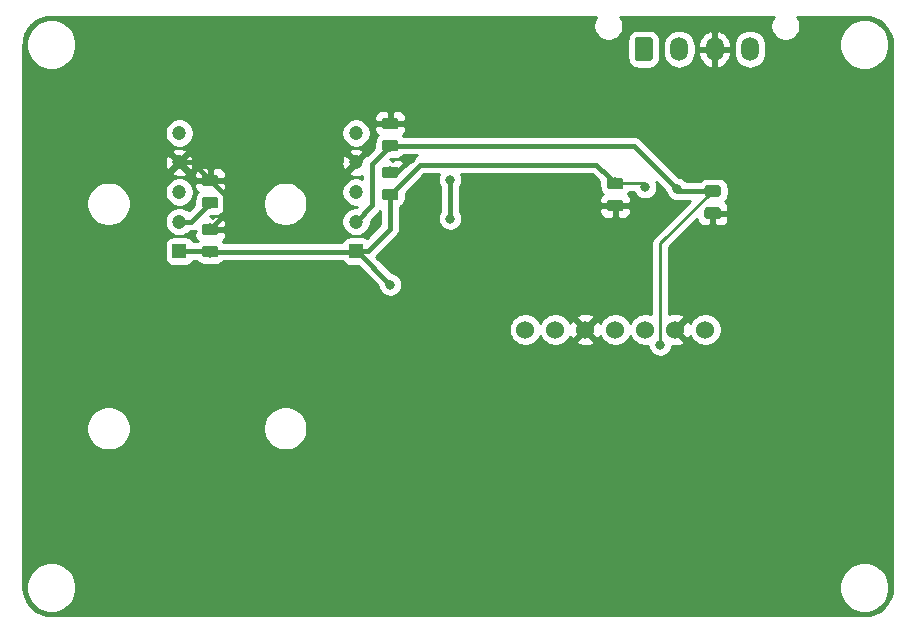
<source format=gbr>
G04 #@! TF.GenerationSoftware,KiCad,Pcbnew,(5.0.0)*
G04 #@! TF.CreationDate,2019-11-16T13:45:37-06:00*
G04 #@! TF.ProjectId,current sensor board,63757272656E742073656E736F722062,rev?*
G04 #@! TF.SameCoordinates,Original*
G04 #@! TF.FileFunction,Copper,L2,Bot,Signal*
G04 #@! TF.FilePolarity,Positive*
%FSLAX46Y46*%
G04 Gerber Fmt 4.6, Leading zero omitted, Abs format (unit mm)*
G04 Created by KiCad (PCBNEW (5.0.0)) date 11/16/19 13:45:37*
%MOMM*%
%LPD*%
G01*
G04 APERTURE LIST*
G04 #@! TA.AperFunction,ComponentPad*
%ADD10C,1.524000*%
G04 #@! TD*
G04 #@! TA.AperFunction,Conductor*
%ADD11C,0.100000*%
G04 #@! TD*
G04 #@! TA.AperFunction,SMDPad,CuDef*
%ADD12C,0.975000*%
G04 #@! TD*
G04 #@! TA.AperFunction,ComponentPad*
%ADD13O,1.500000X2.020000*%
G04 #@! TD*
G04 #@! TA.AperFunction,ComponentPad*
%ADD14C,1.500000*%
G04 #@! TD*
G04 #@! TA.AperFunction,ComponentPad*
%ADD15C,1.200000*%
G04 #@! TD*
G04 #@! TA.AperFunction,ComponentPad*
%ADD16R,1.200000X1.200000*%
G04 #@! TD*
G04 #@! TA.AperFunction,ViaPad*
%ADD17C,0.800000*%
G04 #@! TD*
G04 #@! TA.AperFunction,Conductor*
%ADD18C,0.381000*%
G04 #@! TD*
G04 #@! TA.AperFunction,Conductor*
%ADD19C,0.254000*%
G04 #@! TD*
G04 APERTURE END LIST*
D10*
G04 #@! TO.P,U2,1*
G04 #@! TO.N,Net-(C1-Pad1)*
X140970000Y-86360000D03*
G04 #@! TO.P,U2,2*
G04 #@! TO.N,GND*
X138430000Y-86360000D03*
G04 #@! TO.P,U2,3*
G04 #@! TO.N,N/C*
X135890000Y-86360000D03*
G04 #@! TO.P,U2,4*
G04 #@! TO.N,Net-(C5-Pad1)*
X133350000Y-86360000D03*
G04 #@! TO.P,U2,5*
G04 #@! TO.N,GND*
X130810000Y-86360000D03*
G04 #@! TO.P,U2,6*
G04 #@! TO.N,Net-(C6-Pad2)*
X128270000Y-86360000D03*
G04 #@! TO.P,U2,7*
G04 #@! TO.N,N/C*
X125730000Y-86360000D03*
G04 #@! TD*
D11*
G04 #@! TO.N,GND*
G04 #@! TO.C,C10*
G36*
X99540142Y-73252174D02*
X99563803Y-73255684D01*
X99587007Y-73261496D01*
X99609529Y-73269554D01*
X99631153Y-73279782D01*
X99651670Y-73292079D01*
X99670883Y-73306329D01*
X99688607Y-73322393D01*
X99704671Y-73340117D01*
X99718921Y-73359330D01*
X99731218Y-73379847D01*
X99741446Y-73401471D01*
X99749504Y-73423993D01*
X99755316Y-73447197D01*
X99758826Y-73470858D01*
X99760000Y-73494750D01*
X99760000Y-73982250D01*
X99758826Y-74006142D01*
X99755316Y-74029803D01*
X99749504Y-74053007D01*
X99741446Y-74075529D01*
X99731218Y-74097153D01*
X99718921Y-74117670D01*
X99704671Y-74136883D01*
X99688607Y-74154607D01*
X99670883Y-74170671D01*
X99651670Y-74184921D01*
X99631153Y-74197218D01*
X99609529Y-74207446D01*
X99587007Y-74215504D01*
X99563803Y-74221316D01*
X99540142Y-74224826D01*
X99516250Y-74226000D01*
X98603750Y-74226000D01*
X98579858Y-74224826D01*
X98556197Y-74221316D01*
X98532993Y-74215504D01*
X98510471Y-74207446D01*
X98488847Y-74197218D01*
X98468330Y-74184921D01*
X98449117Y-74170671D01*
X98431393Y-74154607D01*
X98415329Y-74136883D01*
X98401079Y-74117670D01*
X98388782Y-74097153D01*
X98378554Y-74075529D01*
X98370496Y-74053007D01*
X98364684Y-74029803D01*
X98361174Y-74006142D01*
X98360000Y-73982250D01*
X98360000Y-73494750D01*
X98361174Y-73470858D01*
X98364684Y-73447197D01*
X98370496Y-73423993D01*
X98378554Y-73401471D01*
X98388782Y-73379847D01*
X98401079Y-73359330D01*
X98415329Y-73340117D01*
X98431393Y-73322393D01*
X98449117Y-73306329D01*
X98468330Y-73292079D01*
X98488847Y-73279782D01*
X98510471Y-73269554D01*
X98532993Y-73261496D01*
X98556197Y-73255684D01*
X98579858Y-73252174D01*
X98603750Y-73251000D01*
X99516250Y-73251000D01*
X99540142Y-73252174D01*
X99540142Y-73252174D01*
G37*
D12*
G04 #@! TD*
G04 #@! TO.P,C10,2*
G04 #@! TO.N,GND*
X99060000Y-73738500D03*
D11*
G04 #@! TO.N,-15V*
G04 #@! TO.C,C10*
G36*
X99540142Y-75127174D02*
X99563803Y-75130684D01*
X99587007Y-75136496D01*
X99609529Y-75144554D01*
X99631153Y-75154782D01*
X99651670Y-75167079D01*
X99670883Y-75181329D01*
X99688607Y-75197393D01*
X99704671Y-75215117D01*
X99718921Y-75234330D01*
X99731218Y-75254847D01*
X99741446Y-75276471D01*
X99749504Y-75298993D01*
X99755316Y-75322197D01*
X99758826Y-75345858D01*
X99760000Y-75369750D01*
X99760000Y-75857250D01*
X99758826Y-75881142D01*
X99755316Y-75904803D01*
X99749504Y-75928007D01*
X99741446Y-75950529D01*
X99731218Y-75972153D01*
X99718921Y-75992670D01*
X99704671Y-76011883D01*
X99688607Y-76029607D01*
X99670883Y-76045671D01*
X99651670Y-76059921D01*
X99631153Y-76072218D01*
X99609529Y-76082446D01*
X99587007Y-76090504D01*
X99563803Y-76096316D01*
X99540142Y-76099826D01*
X99516250Y-76101000D01*
X98603750Y-76101000D01*
X98579858Y-76099826D01*
X98556197Y-76096316D01*
X98532993Y-76090504D01*
X98510471Y-76082446D01*
X98488847Y-76072218D01*
X98468330Y-76059921D01*
X98449117Y-76045671D01*
X98431393Y-76029607D01*
X98415329Y-76011883D01*
X98401079Y-75992670D01*
X98388782Y-75972153D01*
X98378554Y-75950529D01*
X98370496Y-75928007D01*
X98364684Y-75904803D01*
X98361174Y-75881142D01*
X98360000Y-75857250D01*
X98360000Y-75369750D01*
X98361174Y-75345858D01*
X98364684Y-75322197D01*
X98370496Y-75298993D01*
X98378554Y-75276471D01*
X98388782Y-75254847D01*
X98401079Y-75234330D01*
X98415329Y-75215117D01*
X98431393Y-75197393D01*
X98449117Y-75181329D01*
X98468330Y-75167079D01*
X98488847Y-75154782D01*
X98510471Y-75144554D01*
X98532993Y-75136496D01*
X98556197Y-75130684D01*
X98579858Y-75127174D01*
X98603750Y-75126000D01*
X99516250Y-75126000D01*
X99540142Y-75127174D01*
X99540142Y-75127174D01*
G37*
D12*
G04 #@! TD*
G04 #@! TO.P,C10,1*
G04 #@! TO.N,-15V*
X99060000Y-75613500D03*
D11*
G04 #@! TO.N,-15V*
G04 #@! TO.C,C11*
G36*
X114780142Y-70301174D02*
X114803803Y-70304684D01*
X114827007Y-70310496D01*
X114849529Y-70318554D01*
X114871153Y-70328782D01*
X114891670Y-70341079D01*
X114910883Y-70355329D01*
X114928607Y-70371393D01*
X114944671Y-70389117D01*
X114958921Y-70408330D01*
X114971218Y-70428847D01*
X114981446Y-70450471D01*
X114989504Y-70472993D01*
X114995316Y-70496197D01*
X114998826Y-70519858D01*
X115000000Y-70543750D01*
X115000000Y-71031250D01*
X114998826Y-71055142D01*
X114995316Y-71078803D01*
X114989504Y-71102007D01*
X114981446Y-71124529D01*
X114971218Y-71146153D01*
X114958921Y-71166670D01*
X114944671Y-71185883D01*
X114928607Y-71203607D01*
X114910883Y-71219671D01*
X114891670Y-71233921D01*
X114871153Y-71246218D01*
X114849529Y-71256446D01*
X114827007Y-71264504D01*
X114803803Y-71270316D01*
X114780142Y-71273826D01*
X114756250Y-71275000D01*
X113843750Y-71275000D01*
X113819858Y-71273826D01*
X113796197Y-71270316D01*
X113772993Y-71264504D01*
X113750471Y-71256446D01*
X113728847Y-71246218D01*
X113708330Y-71233921D01*
X113689117Y-71219671D01*
X113671393Y-71203607D01*
X113655329Y-71185883D01*
X113641079Y-71166670D01*
X113628782Y-71146153D01*
X113618554Y-71124529D01*
X113610496Y-71102007D01*
X113604684Y-71078803D01*
X113601174Y-71055142D01*
X113600000Y-71031250D01*
X113600000Y-70543750D01*
X113601174Y-70519858D01*
X113604684Y-70496197D01*
X113610496Y-70472993D01*
X113618554Y-70450471D01*
X113628782Y-70428847D01*
X113641079Y-70408330D01*
X113655329Y-70389117D01*
X113671393Y-70371393D01*
X113689117Y-70355329D01*
X113708330Y-70341079D01*
X113728847Y-70328782D01*
X113750471Y-70318554D01*
X113772993Y-70310496D01*
X113796197Y-70304684D01*
X113819858Y-70301174D01*
X113843750Y-70300000D01*
X114756250Y-70300000D01*
X114780142Y-70301174D01*
X114780142Y-70301174D01*
G37*
D12*
G04 #@! TD*
G04 #@! TO.P,C11,1*
G04 #@! TO.N,-15V*
X114300000Y-70787500D03*
D11*
G04 #@! TO.N,GND*
G04 #@! TO.C,C11*
G36*
X114780142Y-68426174D02*
X114803803Y-68429684D01*
X114827007Y-68435496D01*
X114849529Y-68443554D01*
X114871153Y-68453782D01*
X114891670Y-68466079D01*
X114910883Y-68480329D01*
X114928607Y-68496393D01*
X114944671Y-68514117D01*
X114958921Y-68533330D01*
X114971218Y-68553847D01*
X114981446Y-68575471D01*
X114989504Y-68597993D01*
X114995316Y-68621197D01*
X114998826Y-68644858D01*
X115000000Y-68668750D01*
X115000000Y-69156250D01*
X114998826Y-69180142D01*
X114995316Y-69203803D01*
X114989504Y-69227007D01*
X114981446Y-69249529D01*
X114971218Y-69271153D01*
X114958921Y-69291670D01*
X114944671Y-69310883D01*
X114928607Y-69328607D01*
X114910883Y-69344671D01*
X114891670Y-69358921D01*
X114871153Y-69371218D01*
X114849529Y-69381446D01*
X114827007Y-69389504D01*
X114803803Y-69395316D01*
X114780142Y-69398826D01*
X114756250Y-69400000D01*
X113843750Y-69400000D01*
X113819858Y-69398826D01*
X113796197Y-69395316D01*
X113772993Y-69389504D01*
X113750471Y-69381446D01*
X113728847Y-69371218D01*
X113708330Y-69358921D01*
X113689117Y-69344671D01*
X113671393Y-69328607D01*
X113655329Y-69310883D01*
X113641079Y-69291670D01*
X113628782Y-69271153D01*
X113618554Y-69249529D01*
X113610496Y-69227007D01*
X113604684Y-69203803D01*
X113601174Y-69180142D01*
X113600000Y-69156250D01*
X113600000Y-68668750D01*
X113601174Y-68644858D01*
X113604684Y-68621197D01*
X113610496Y-68597993D01*
X113618554Y-68575471D01*
X113628782Y-68553847D01*
X113641079Y-68533330D01*
X113655329Y-68514117D01*
X113671393Y-68496393D01*
X113689117Y-68480329D01*
X113708330Y-68466079D01*
X113728847Y-68453782D01*
X113750471Y-68443554D01*
X113772993Y-68435496D01*
X113796197Y-68429684D01*
X113819858Y-68426174D01*
X113843750Y-68425000D01*
X114756250Y-68425000D01*
X114780142Y-68426174D01*
X114780142Y-68426174D01*
G37*
D12*
G04 #@! TD*
G04 #@! TO.P,C11,2*
G04 #@! TO.N,GND*
X114300000Y-68912500D03*
D11*
G04 #@! TO.N,+15V*
G04 #@! TO.C,C12*
G36*
X99540142Y-79269674D02*
X99563803Y-79273184D01*
X99587007Y-79278996D01*
X99609529Y-79287054D01*
X99631153Y-79297282D01*
X99651670Y-79309579D01*
X99670883Y-79323829D01*
X99688607Y-79339893D01*
X99704671Y-79357617D01*
X99718921Y-79376830D01*
X99731218Y-79397347D01*
X99741446Y-79418971D01*
X99749504Y-79441493D01*
X99755316Y-79464697D01*
X99758826Y-79488358D01*
X99760000Y-79512250D01*
X99760000Y-79999750D01*
X99758826Y-80023642D01*
X99755316Y-80047303D01*
X99749504Y-80070507D01*
X99741446Y-80093029D01*
X99731218Y-80114653D01*
X99718921Y-80135170D01*
X99704671Y-80154383D01*
X99688607Y-80172107D01*
X99670883Y-80188171D01*
X99651670Y-80202421D01*
X99631153Y-80214718D01*
X99609529Y-80224946D01*
X99587007Y-80233004D01*
X99563803Y-80238816D01*
X99540142Y-80242326D01*
X99516250Y-80243500D01*
X98603750Y-80243500D01*
X98579858Y-80242326D01*
X98556197Y-80238816D01*
X98532993Y-80233004D01*
X98510471Y-80224946D01*
X98488847Y-80214718D01*
X98468330Y-80202421D01*
X98449117Y-80188171D01*
X98431393Y-80172107D01*
X98415329Y-80154383D01*
X98401079Y-80135170D01*
X98388782Y-80114653D01*
X98378554Y-80093029D01*
X98370496Y-80070507D01*
X98364684Y-80047303D01*
X98361174Y-80023642D01*
X98360000Y-79999750D01*
X98360000Y-79512250D01*
X98361174Y-79488358D01*
X98364684Y-79464697D01*
X98370496Y-79441493D01*
X98378554Y-79418971D01*
X98388782Y-79397347D01*
X98401079Y-79376830D01*
X98415329Y-79357617D01*
X98431393Y-79339893D01*
X98449117Y-79323829D01*
X98468330Y-79309579D01*
X98488847Y-79297282D01*
X98510471Y-79287054D01*
X98532993Y-79278996D01*
X98556197Y-79273184D01*
X98579858Y-79269674D01*
X98603750Y-79268500D01*
X99516250Y-79268500D01*
X99540142Y-79269674D01*
X99540142Y-79269674D01*
G37*
D12*
G04 #@! TD*
G04 #@! TO.P,C12,1*
G04 #@! TO.N,+15V*
X99060000Y-79756000D03*
D11*
G04 #@! TO.N,GND*
G04 #@! TO.C,C12*
G36*
X99540142Y-77394674D02*
X99563803Y-77398184D01*
X99587007Y-77403996D01*
X99609529Y-77412054D01*
X99631153Y-77422282D01*
X99651670Y-77434579D01*
X99670883Y-77448829D01*
X99688607Y-77464893D01*
X99704671Y-77482617D01*
X99718921Y-77501830D01*
X99731218Y-77522347D01*
X99741446Y-77543971D01*
X99749504Y-77566493D01*
X99755316Y-77589697D01*
X99758826Y-77613358D01*
X99760000Y-77637250D01*
X99760000Y-78124750D01*
X99758826Y-78148642D01*
X99755316Y-78172303D01*
X99749504Y-78195507D01*
X99741446Y-78218029D01*
X99731218Y-78239653D01*
X99718921Y-78260170D01*
X99704671Y-78279383D01*
X99688607Y-78297107D01*
X99670883Y-78313171D01*
X99651670Y-78327421D01*
X99631153Y-78339718D01*
X99609529Y-78349946D01*
X99587007Y-78358004D01*
X99563803Y-78363816D01*
X99540142Y-78367326D01*
X99516250Y-78368500D01*
X98603750Y-78368500D01*
X98579858Y-78367326D01*
X98556197Y-78363816D01*
X98532993Y-78358004D01*
X98510471Y-78349946D01*
X98488847Y-78339718D01*
X98468330Y-78327421D01*
X98449117Y-78313171D01*
X98431393Y-78297107D01*
X98415329Y-78279383D01*
X98401079Y-78260170D01*
X98388782Y-78239653D01*
X98378554Y-78218029D01*
X98370496Y-78195507D01*
X98364684Y-78172303D01*
X98361174Y-78148642D01*
X98360000Y-78124750D01*
X98360000Y-77637250D01*
X98361174Y-77613358D01*
X98364684Y-77589697D01*
X98370496Y-77566493D01*
X98378554Y-77543971D01*
X98388782Y-77522347D01*
X98401079Y-77501830D01*
X98415329Y-77482617D01*
X98431393Y-77464893D01*
X98449117Y-77448829D01*
X98468330Y-77434579D01*
X98488847Y-77422282D01*
X98510471Y-77412054D01*
X98532993Y-77403996D01*
X98556197Y-77398184D01*
X98579858Y-77394674D01*
X98603750Y-77393500D01*
X99516250Y-77393500D01*
X99540142Y-77394674D01*
X99540142Y-77394674D01*
G37*
D12*
G04 #@! TD*
G04 #@! TO.P,C12,2*
G04 #@! TO.N,GND*
X99060000Y-77881000D03*
D11*
G04 #@! TO.N,GND*
G04 #@! TO.C,C13*
G36*
X114780142Y-72568674D02*
X114803803Y-72572184D01*
X114827007Y-72577996D01*
X114849529Y-72586054D01*
X114871153Y-72596282D01*
X114891670Y-72608579D01*
X114910883Y-72622829D01*
X114928607Y-72638893D01*
X114944671Y-72656617D01*
X114958921Y-72675830D01*
X114971218Y-72696347D01*
X114981446Y-72717971D01*
X114989504Y-72740493D01*
X114995316Y-72763697D01*
X114998826Y-72787358D01*
X115000000Y-72811250D01*
X115000000Y-73298750D01*
X114998826Y-73322642D01*
X114995316Y-73346303D01*
X114989504Y-73369507D01*
X114981446Y-73392029D01*
X114971218Y-73413653D01*
X114958921Y-73434170D01*
X114944671Y-73453383D01*
X114928607Y-73471107D01*
X114910883Y-73487171D01*
X114891670Y-73501421D01*
X114871153Y-73513718D01*
X114849529Y-73523946D01*
X114827007Y-73532004D01*
X114803803Y-73537816D01*
X114780142Y-73541326D01*
X114756250Y-73542500D01*
X113843750Y-73542500D01*
X113819858Y-73541326D01*
X113796197Y-73537816D01*
X113772993Y-73532004D01*
X113750471Y-73523946D01*
X113728847Y-73513718D01*
X113708330Y-73501421D01*
X113689117Y-73487171D01*
X113671393Y-73471107D01*
X113655329Y-73453383D01*
X113641079Y-73434170D01*
X113628782Y-73413653D01*
X113618554Y-73392029D01*
X113610496Y-73369507D01*
X113604684Y-73346303D01*
X113601174Y-73322642D01*
X113600000Y-73298750D01*
X113600000Y-72811250D01*
X113601174Y-72787358D01*
X113604684Y-72763697D01*
X113610496Y-72740493D01*
X113618554Y-72717971D01*
X113628782Y-72696347D01*
X113641079Y-72675830D01*
X113655329Y-72656617D01*
X113671393Y-72638893D01*
X113689117Y-72622829D01*
X113708330Y-72608579D01*
X113728847Y-72596282D01*
X113750471Y-72586054D01*
X113772993Y-72577996D01*
X113796197Y-72572184D01*
X113819858Y-72568674D01*
X113843750Y-72567500D01*
X114756250Y-72567500D01*
X114780142Y-72568674D01*
X114780142Y-72568674D01*
G37*
D12*
G04 #@! TD*
G04 #@! TO.P,C13,2*
G04 #@! TO.N,GND*
X114300000Y-73055000D03*
D11*
G04 #@! TO.N,+15V*
G04 #@! TO.C,C13*
G36*
X114780142Y-74443674D02*
X114803803Y-74447184D01*
X114827007Y-74452996D01*
X114849529Y-74461054D01*
X114871153Y-74471282D01*
X114891670Y-74483579D01*
X114910883Y-74497829D01*
X114928607Y-74513893D01*
X114944671Y-74531617D01*
X114958921Y-74550830D01*
X114971218Y-74571347D01*
X114981446Y-74592971D01*
X114989504Y-74615493D01*
X114995316Y-74638697D01*
X114998826Y-74662358D01*
X115000000Y-74686250D01*
X115000000Y-75173750D01*
X114998826Y-75197642D01*
X114995316Y-75221303D01*
X114989504Y-75244507D01*
X114981446Y-75267029D01*
X114971218Y-75288653D01*
X114958921Y-75309170D01*
X114944671Y-75328383D01*
X114928607Y-75346107D01*
X114910883Y-75362171D01*
X114891670Y-75376421D01*
X114871153Y-75388718D01*
X114849529Y-75398946D01*
X114827007Y-75407004D01*
X114803803Y-75412816D01*
X114780142Y-75416326D01*
X114756250Y-75417500D01*
X113843750Y-75417500D01*
X113819858Y-75416326D01*
X113796197Y-75412816D01*
X113772993Y-75407004D01*
X113750471Y-75398946D01*
X113728847Y-75388718D01*
X113708330Y-75376421D01*
X113689117Y-75362171D01*
X113671393Y-75346107D01*
X113655329Y-75328383D01*
X113641079Y-75309170D01*
X113628782Y-75288653D01*
X113618554Y-75267029D01*
X113610496Y-75244507D01*
X113604684Y-75221303D01*
X113601174Y-75197642D01*
X113600000Y-75173750D01*
X113600000Y-74686250D01*
X113601174Y-74662358D01*
X113604684Y-74638697D01*
X113610496Y-74615493D01*
X113618554Y-74592971D01*
X113628782Y-74571347D01*
X113641079Y-74550830D01*
X113655329Y-74531617D01*
X113671393Y-74513893D01*
X113689117Y-74497829D01*
X113708330Y-74483579D01*
X113728847Y-74471282D01*
X113750471Y-74461054D01*
X113772993Y-74452996D01*
X113796197Y-74447184D01*
X113819858Y-74443674D01*
X113843750Y-74442500D01*
X114756250Y-74442500D01*
X114780142Y-74443674D01*
X114780142Y-74443674D01*
G37*
D12*
G04 #@! TD*
G04 #@! TO.P,C13,1*
G04 #@! TO.N,+15V*
X114300000Y-74930000D03*
D11*
G04 #@! TO.N,-15V*
G04 #@! TO.C,C15*
G36*
X142085142Y-74141174D02*
X142108803Y-74144684D01*
X142132007Y-74150496D01*
X142154529Y-74158554D01*
X142176153Y-74168782D01*
X142196670Y-74181079D01*
X142215883Y-74195329D01*
X142233607Y-74211393D01*
X142249671Y-74229117D01*
X142263921Y-74248330D01*
X142276218Y-74268847D01*
X142286446Y-74290471D01*
X142294504Y-74312993D01*
X142300316Y-74336197D01*
X142303826Y-74359858D01*
X142305000Y-74383750D01*
X142305000Y-74871250D01*
X142303826Y-74895142D01*
X142300316Y-74918803D01*
X142294504Y-74942007D01*
X142286446Y-74964529D01*
X142276218Y-74986153D01*
X142263921Y-75006670D01*
X142249671Y-75025883D01*
X142233607Y-75043607D01*
X142215883Y-75059671D01*
X142196670Y-75073921D01*
X142176153Y-75086218D01*
X142154529Y-75096446D01*
X142132007Y-75104504D01*
X142108803Y-75110316D01*
X142085142Y-75113826D01*
X142061250Y-75115000D01*
X141148750Y-75115000D01*
X141124858Y-75113826D01*
X141101197Y-75110316D01*
X141077993Y-75104504D01*
X141055471Y-75096446D01*
X141033847Y-75086218D01*
X141013330Y-75073921D01*
X140994117Y-75059671D01*
X140976393Y-75043607D01*
X140960329Y-75025883D01*
X140946079Y-75006670D01*
X140933782Y-74986153D01*
X140923554Y-74964529D01*
X140915496Y-74942007D01*
X140909684Y-74918803D01*
X140906174Y-74895142D01*
X140905000Y-74871250D01*
X140905000Y-74383750D01*
X140906174Y-74359858D01*
X140909684Y-74336197D01*
X140915496Y-74312993D01*
X140923554Y-74290471D01*
X140933782Y-74268847D01*
X140946079Y-74248330D01*
X140960329Y-74229117D01*
X140976393Y-74211393D01*
X140994117Y-74195329D01*
X141013330Y-74181079D01*
X141033847Y-74168782D01*
X141055471Y-74158554D01*
X141077993Y-74150496D01*
X141101197Y-74144684D01*
X141124858Y-74141174D01*
X141148750Y-74140000D01*
X142061250Y-74140000D01*
X142085142Y-74141174D01*
X142085142Y-74141174D01*
G37*
D12*
G04 #@! TD*
G04 #@! TO.P,C15,1*
G04 #@! TO.N,-15V*
X141605000Y-74627500D03*
D11*
G04 #@! TO.N,GND*
G04 #@! TO.C,C15*
G36*
X142085142Y-76016174D02*
X142108803Y-76019684D01*
X142132007Y-76025496D01*
X142154529Y-76033554D01*
X142176153Y-76043782D01*
X142196670Y-76056079D01*
X142215883Y-76070329D01*
X142233607Y-76086393D01*
X142249671Y-76104117D01*
X142263921Y-76123330D01*
X142276218Y-76143847D01*
X142286446Y-76165471D01*
X142294504Y-76187993D01*
X142300316Y-76211197D01*
X142303826Y-76234858D01*
X142305000Y-76258750D01*
X142305000Y-76746250D01*
X142303826Y-76770142D01*
X142300316Y-76793803D01*
X142294504Y-76817007D01*
X142286446Y-76839529D01*
X142276218Y-76861153D01*
X142263921Y-76881670D01*
X142249671Y-76900883D01*
X142233607Y-76918607D01*
X142215883Y-76934671D01*
X142196670Y-76948921D01*
X142176153Y-76961218D01*
X142154529Y-76971446D01*
X142132007Y-76979504D01*
X142108803Y-76985316D01*
X142085142Y-76988826D01*
X142061250Y-76990000D01*
X141148750Y-76990000D01*
X141124858Y-76988826D01*
X141101197Y-76985316D01*
X141077993Y-76979504D01*
X141055471Y-76971446D01*
X141033847Y-76961218D01*
X141013330Y-76948921D01*
X140994117Y-76934671D01*
X140976393Y-76918607D01*
X140960329Y-76900883D01*
X140946079Y-76881670D01*
X140933782Y-76861153D01*
X140923554Y-76839529D01*
X140915496Y-76817007D01*
X140909684Y-76793803D01*
X140906174Y-76770142D01*
X140905000Y-76746250D01*
X140905000Y-76258750D01*
X140906174Y-76234858D01*
X140909684Y-76211197D01*
X140915496Y-76187993D01*
X140923554Y-76165471D01*
X140933782Y-76143847D01*
X140946079Y-76123330D01*
X140960329Y-76104117D01*
X140976393Y-76086393D01*
X140994117Y-76070329D01*
X141013330Y-76056079D01*
X141033847Y-76043782D01*
X141055471Y-76033554D01*
X141077993Y-76025496D01*
X141101197Y-76019684D01*
X141124858Y-76016174D01*
X141148750Y-76015000D01*
X142061250Y-76015000D01*
X142085142Y-76016174D01*
X142085142Y-76016174D01*
G37*
D12*
G04 #@! TD*
G04 #@! TO.P,C15,2*
G04 #@! TO.N,GND*
X141605000Y-76502500D03*
D11*
G04 #@! TO.N,GND*
G04 #@! TO.C,C16*
G36*
X133830142Y-75381174D02*
X133853803Y-75384684D01*
X133877007Y-75390496D01*
X133899529Y-75398554D01*
X133921153Y-75408782D01*
X133941670Y-75421079D01*
X133960883Y-75435329D01*
X133978607Y-75451393D01*
X133994671Y-75469117D01*
X134008921Y-75488330D01*
X134021218Y-75508847D01*
X134031446Y-75530471D01*
X134039504Y-75552993D01*
X134045316Y-75576197D01*
X134048826Y-75599858D01*
X134050000Y-75623750D01*
X134050000Y-76111250D01*
X134048826Y-76135142D01*
X134045316Y-76158803D01*
X134039504Y-76182007D01*
X134031446Y-76204529D01*
X134021218Y-76226153D01*
X134008921Y-76246670D01*
X133994671Y-76265883D01*
X133978607Y-76283607D01*
X133960883Y-76299671D01*
X133941670Y-76313921D01*
X133921153Y-76326218D01*
X133899529Y-76336446D01*
X133877007Y-76344504D01*
X133853803Y-76350316D01*
X133830142Y-76353826D01*
X133806250Y-76355000D01*
X132893750Y-76355000D01*
X132869858Y-76353826D01*
X132846197Y-76350316D01*
X132822993Y-76344504D01*
X132800471Y-76336446D01*
X132778847Y-76326218D01*
X132758330Y-76313921D01*
X132739117Y-76299671D01*
X132721393Y-76283607D01*
X132705329Y-76265883D01*
X132691079Y-76246670D01*
X132678782Y-76226153D01*
X132668554Y-76204529D01*
X132660496Y-76182007D01*
X132654684Y-76158803D01*
X132651174Y-76135142D01*
X132650000Y-76111250D01*
X132650000Y-75623750D01*
X132651174Y-75599858D01*
X132654684Y-75576197D01*
X132660496Y-75552993D01*
X132668554Y-75530471D01*
X132678782Y-75508847D01*
X132691079Y-75488330D01*
X132705329Y-75469117D01*
X132721393Y-75451393D01*
X132739117Y-75435329D01*
X132758330Y-75421079D01*
X132778847Y-75408782D01*
X132800471Y-75398554D01*
X132822993Y-75390496D01*
X132846197Y-75384684D01*
X132869858Y-75381174D01*
X132893750Y-75380000D01*
X133806250Y-75380000D01*
X133830142Y-75381174D01*
X133830142Y-75381174D01*
G37*
D12*
G04 #@! TD*
G04 #@! TO.P,C16,2*
G04 #@! TO.N,GND*
X133350000Y-75867500D03*
D11*
G04 #@! TO.N,+15V*
G04 #@! TO.C,C16*
G36*
X133830142Y-73506174D02*
X133853803Y-73509684D01*
X133877007Y-73515496D01*
X133899529Y-73523554D01*
X133921153Y-73533782D01*
X133941670Y-73546079D01*
X133960883Y-73560329D01*
X133978607Y-73576393D01*
X133994671Y-73594117D01*
X134008921Y-73613330D01*
X134021218Y-73633847D01*
X134031446Y-73655471D01*
X134039504Y-73677993D01*
X134045316Y-73701197D01*
X134048826Y-73724858D01*
X134050000Y-73748750D01*
X134050000Y-74236250D01*
X134048826Y-74260142D01*
X134045316Y-74283803D01*
X134039504Y-74307007D01*
X134031446Y-74329529D01*
X134021218Y-74351153D01*
X134008921Y-74371670D01*
X133994671Y-74390883D01*
X133978607Y-74408607D01*
X133960883Y-74424671D01*
X133941670Y-74438921D01*
X133921153Y-74451218D01*
X133899529Y-74461446D01*
X133877007Y-74469504D01*
X133853803Y-74475316D01*
X133830142Y-74478826D01*
X133806250Y-74480000D01*
X132893750Y-74480000D01*
X132869858Y-74478826D01*
X132846197Y-74475316D01*
X132822993Y-74469504D01*
X132800471Y-74461446D01*
X132778847Y-74451218D01*
X132758330Y-74438921D01*
X132739117Y-74424671D01*
X132721393Y-74408607D01*
X132705329Y-74390883D01*
X132691079Y-74371670D01*
X132678782Y-74351153D01*
X132668554Y-74329529D01*
X132660496Y-74307007D01*
X132654684Y-74283803D01*
X132651174Y-74260142D01*
X132650000Y-74236250D01*
X132650000Y-73748750D01*
X132651174Y-73724858D01*
X132654684Y-73701197D01*
X132660496Y-73677993D01*
X132668554Y-73655471D01*
X132678782Y-73633847D01*
X132691079Y-73613330D01*
X132705329Y-73594117D01*
X132721393Y-73576393D01*
X132739117Y-73560329D01*
X132758330Y-73546079D01*
X132778847Y-73533782D01*
X132800471Y-73523554D01*
X132822993Y-73515496D01*
X132846197Y-73509684D01*
X132869858Y-73506174D01*
X132893750Y-73505000D01*
X133806250Y-73505000D01*
X133830142Y-73506174D01*
X133830142Y-73506174D01*
G37*
D12*
G04 #@! TD*
G04 #@! TO.P,C16,1*
G04 #@! TO.N,+15V*
X133350000Y-73992500D03*
D13*
G04 #@! TO.P,J1,4*
G04 #@! TO.N,+5V*
X144763000Y-62611000D03*
G04 #@! TO.P,J1,3*
G04 #@! TO.N,GND*
X141763000Y-62611000D03*
G04 #@! TO.P,J1,2*
G04 #@! TO.N,/HIGH_OUT*
X138763000Y-62611000D03*
D11*
G04 #@! TD*
G04 #@! TO.N,/LOW_OUT*
G04 #@! TO.C,J1*
G36*
X136287504Y-61602204D02*
X136311773Y-61605804D01*
X136335571Y-61611765D01*
X136358671Y-61620030D01*
X136380849Y-61630520D01*
X136401893Y-61643133D01*
X136421598Y-61657747D01*
X136439777Y-61674223D01*
X136456253Y-61692402D01*
X136470867Y-61712107D01*
X136483480Y-61733151D01*
X136493970Y-61755329D01*
X136502235Y-61778429D01*
X136508196Y-61802227D01*
X136511796Y-61826496D01*
X136513000Y-61851000D01*
X136513000Y-63371000D01*
X136511796Y-63395504D01*
X136508196Y-63419773D01*
X136502235Y-63443571D01*
X136493970Y-63466671D01*
X136483480Y-63488849D01*
X136470867Y-63509893D01*
X136456253Y-63529598D01*
X136439777Y-63547777D01*
X136421598Y-63564253D01*
X136401893Y-63578867D01*
X136380849Y-63591480D01*
X136358671Y-63601970D01*
X136335571Y-63610235D01*
X136311773Y-63616196D01*
X136287504Y-63619796D01*
X136263000Y-63621000D01*
X135263000Y-63621000D01*
X135238496Y-63619796D01*
X135214227Y-63616196D01*
X135190429Y-63610235D01*
X135167329Y-63601970D01*
X135145151Y-63591480D01*
X135124107Y-63578867D01*
X135104402Y-63564253D01*
X135086223Y-63547777D01*
X135069747Y-63529598D01*
X135055133Y-63509893D01*
X135042520Y-63488849D01*
X135032030Y-63466671D01*
X135023765Y-63443571D01*
X135017804Y-63419773D01*
X135014204Y-63395504D01*
X135013000Y-63371000D01*
X135013000Y-61851000D01*
X135014204Y-61826496D01*
X135017804Y-61802227D01*
X135023765Y-61778429D01*
X135032030Y-61755329D01*
X135042520Y-61733151D01*
X135055133Y-61712107D01*
X135069747Y-61692402D01*
X135086223Y-61674223D01*
X135104402Y-61657747D01*
X135124107Y-61643133D01*
X135145151Y-61630520D01*
X135167329Y-61620030D01*
X135190429Y-61611765D01*
X135214227Y-61605804D01*
X135238496Y-61602204D01*
X135263000Y-61601000D01*
X136263000Y-61601000D01*
X136287504Y-61602204D01*
X136287504Y-61602204D01*
G37*
D14*
G04 #@! TO.P,J1,1*
G04 #@! TO.N,/LOW_OUT*
X135763000Y-62611000D03*
G04 #@! TD*
D15*
G04 #@! TO.P,U3,5*
G04 #@! TO.N,N/C*
X111410000Y-69716000D03*
G04 #@! TO.P,U3,4*
G04 #@! TO.N,GND*
X111410000Y-72216000D03*
G04 #@! TO.P,U3,3*
G04 #@! TO.N,Net-(R7-Pad2)*
X111410000Y-74716000D03*
G04 #@! TO.P,U3,2*
G04 #@! TO.N,-15V*
X111410000Y-77216000D03*
D16*
G04 #@! TO.P,U3,1*
G04 #@! TO.N,+15V*
X111410000Y-79716000D03*
G04 #@! TD*
G04 #@! TO.P,U4,1*
G04 #@! TO.N,+15V*
X96440000Y-79716000D03*
D15*
G04 #@! TO.P,U4,2*
G04 #@! TO.N,-15V*
X96440000Y-77216000D03*
G04 #@! TO.P,U4,3*
G04 #@! TO.N,Net-(R8-Pad2)*
X96440000Y-74716000D03*
G04 #@! TO.P,U4,4*
G04 #@! TO.N,GND*
X96440000Y-72216000D03*
G04 #@! TO.P,U4,5*
G04 #@! TO.N,N/C*
X96440000Y-69716000D03*
G04 #@! TD*
D17*
G04 #@! TO.N,GND*
X129540000Y-74930000D03*
X137160000Y-76200000D03*
X116078000Y-71882000D03*
X117856000Y-73660000D03*
G04 #@! TO.N,/offset*
X119380000Y-73660000D03*
X119380000Y-76962000D03*
G04 #@! TO.N,+15V*
X135890000Y-74295000D03*
X114300000Y-82550000D03*
G04 #@! TO.N,-15V*
X138618571Y-74478467D03*
X137160000Y-87630000D03*
G04 #@! TD*
D18*
G04 #@! TO.N,GND*
X97537500Y-72216000D02*
X99060000Y-73738500D01*
X96440000Y-72216000D02*
X97537500Y-72216000D01*
X99616237Y-74294737D02*
X99060000Y-73738500D01*
X100330000Y-75008500D02*
X99616237Y-74294737D01*
X100330000Y-76611000D02*
X100330000Y-75008500D01*
X99060000Y-77881000D02*
X100330000Y-76611000D01*
X114300000Y-73055000D02*
X114905000Y-73055000D01*
X114905000Y-73055000D02*
X116078000Y-71882000D01*
G04 #@! TO.N,/offset*
X119380000Y-73660000D02*
X119380000Y-76962000D01*
G04 #@! TO.N,+15V*
X111370000Y-79756000D02*
X111410000Y-79716000D01*
X99060000Y-79756000D02*
X111370000Y-79756000D01*
X99020000Y-79716000D02*
X99060000Y-79756000D01*
X96440000Y-79716000D02*
X99020000Y-79716000D01*
D19*
X133350000Y-73992500D02*
X135587500Y-73992500D01*
X135587500Y-73992500D02*
X135890000Y-74295000D01*
D18*
X132793763Y-73436263D02*
X133350000Y-73992500D01*
X131747500Y-72390000D02*
X132793763Y-73436263D01*
X116840000Y-72390000D02*
X131747500Y-72390000D01*
X114300000Y-74930000D02*
X116840000Y-72390000D01*
X112391000Y-79716000D02*
X111410000Y-79716000D01*
X114300000Y-77807000D02*
X112391000Y-79716000D01*
X114300000Y-74930000D02*
X114300000Y-77807000D01*
X111466000Y-79716000D02*
X111410000Y-79716000D01*
X114300000Y-82550000D02*
X111466000Y-79716000D01*
G04 #@! TO.N,-15V*
X97457500Y-77216000D02*
X99060000Y-75613500D01*
X96440000Y-77216000D02*
X97457500Y-77216000D01*
X141605000Y-74627500D02*
X138767604Y-74627500D01*
X138767604Y-74627500D02*
X138618571Y-74478467D01*
X134927604Y-70787500D02*
X114300000Y-70787500D01*
X138618571Y-74478467D02*
X134927604Y-70787500D01*
D19*
X141605000Y-74627500D02*
X137160000Y-79072500D01*
X137160000Y-79072500D02*
X137160000Y-87630000D01*
D18*
X113743763Y-71343737D02*
X114300000Y-70787500D01*
X112776000Y-72311500D02*
X113743763Y-71343737D01*
X112776000Y-75850000D02*
X112776000Y-72311500D01*
X111410000Y-77216000D02*
X112776000Y-75850000D01*
G04 #@! TD*
D19*
G04 #@! TO.N,GND*
G36*
X131637541Y-60049429D02*
X131541805Y-60280555D01*
X131493000Y-60525916D01*
X131493000Y-60776084D01*
X131541805Y-61021445D01*
X131637541Y-61252571D01*
X131776527Y-61460578D01*
X131953422Y-61637473D01*
X132161429Y-61776459D01*
X132392555Y-61872195D01*
X132637916Y-61921000D01*
X132888084Y-61921000D01*
X133133445Y-61872195D01*
X133184614Y-61851000D01*
X134374928Y-61851000D01*
X134374928Y-63371000D01*
X134391992Y-63544254D01*
X134442528Y-63710850D01*
X134524595Y-63864386D01*
X134635038Y-63998962D01*
X134769614Y-64109405D01*
X134923150Y-64191472D01*
X135089746Y-64242008D01*
X135263000Y-64259072D01*
X136263000Y-64259072D01*
X136436254Y-64242008D01*
X136602850Y-64191472D01*
X136756386Y-64109405D01*
X136890962Y-63998962D01*
X137001405Y-63864386D01*
X137083472Y-63710850D01*
X137134008Y-63544254D01*
X137151072Y-63371000D01*
X137151072Y-62282964D01*
X137378000Y-62282964D01*
X137378000Y-62939037D01*
X137398040Y-63142507D01*
X137477236Y-63403581D01*
X137605843Y-63644188D01*
X137778920Y-63855081D01*
X137989813Y-64028157D01*
X138230420Y-64156764D01*
X138491494Y-64235960D01*
X138763000Y-64262701D01*
X139034507Y-64235960D01*
X139295581Y-64156764D01*
X139536188Y-64028157D01*
X139747081Y-63855081D01*
X139920157Y-63644188D01*
X140048764Y-63403581D01*
X140127960Y-63142506D01*
X140148000Y-62939036D01*
X140148000Y-62738000D01*
X140378000Y-62738000D01*
X140378000Y-62998000D01*
X140429389Y-63265760D01*
X140532028Y-63518349D01*
X140681972Y-63746061D01*
X140873460Y-63940145D01*
X141099132Y-64093142D01*
X141350316Y-64199173D01*
X141421815Y-64213318D01*
X141636000Y-64090656D01*
X141636000Y-62738000D01*
X141890000Y-62738000D01*
X141890000Y-64090656D01*
X142104185Y-64213318D01*
X142175684Y-64199173D01*
X142426868Y-64093142D01*
X142652540Y-63940145D01*
X142844028Y-63746061D01*
X142993972Y-63518349D01*
X143096611Y-63265760D01*
X143148000Y-62998000D01*
X143148000Y-62738000D01*
X141890000Y-62738000D01*
X141636000Y-62738000D01*
X140378000Y-62738000D01*
X140148000Y-62738000D01*
X140148000Y-62282963D01*
X140142193Y-62224000D01*
X140378000Y-62224000D01*
X140378000Y-62484000D01*
X141636000Y-62484000D01*
X141636000Y-61131344D01*
X141890000Y-61131344D01*
X141890000Y-62484000D01*
X143148000Y-62484000D01*
X143148000Y-62282964D01*
X143378000Y-62282964D01*
X143378000Y-62939037D01*
X143398040Y-63142507D01*
X143477236Y-63403581D01*
X143605843Y-63644188D01*
X143778920Y-63855081D01*
X143989813Y-64028157D01*
X144230420Y-64156764D01*
X144491494Y-64235960D01*
X144763000Y-64262701D01*
X145034507Y-64235960D01*
X145295581Y-64156764D01*
X145536188Y-64028157D01*
X145747081Y-63855081D01*
X145920157Y-63644188D01*
X146048764Y-63403581D01*
X146127960Y-63142506D01*
X146148000Y-62939036D01*
X146148000Y-62282963D01*
X146127960Y-62079493D01*
X146109829Y-62019721D01*
X152297000Y-62019721D01*
X152297000Y-62440279D01*
X152379047Y-62852756D01*
X152539988Y-63241302D01*
X152773637Y-63590983D01*
X153071017Y-63888363D01*
X153420698Y-64122012D01*
X153809244Y-64282953D01*
X154221721Y-64365000D01*
X154642279Y-64365000D01*
X155054756Y-64282953D01*
X155443302Y-64122012D01*
X155792983Y-63888363D01*
X156090363Y-63590983D01*
X156324012Y-63241302D01*
X156484953Y-62852756D01*
X156567000Y-62440279D01*
X156567000Y-62019721D01*
X156484953Y-61607244D01*
X156324012Y-61218698D01*
X156090363Y-60869017D01*
X155792983Y-60571637D01*
X155443302Y-60337988D01*
X155054756Y-60177047D01*
X154642279Y-60095000D01*
X154221721Y-60095000D01*
X153809244Y-60177047D01*
X153420698Y-60337988D01*
X153071017Y-60571637D01*
X152773637Y-60869017D01*
X152539988Y-61218698D01*
X152379047Y-61607244D01*
X152297000Y-62019721D01*
X146109829Y-62019721D01*
X146048764Y-61818419D01*
X145920157Y-61577812D01*
X145747080Y-61366919D01*
X145536187Y-61193843D01*
X145295580Y-61065236D01*
X145034506Y-60986040D01*
X144763000Y-60959299D01*
X144491493Y-60986040D01*
X144230419Y-61065236D01*
X143989812Y-61193843D01*
X143778919Y-61366920D01*
X143605843Y-61577813D01*
X143477236Y-61818420D01*
X143398040Y-62079494D01*
X143378000Y-62282964D01*
X143148000Y-62282964D01*
X143148000Y-62224000D01*
X143096611Y-61956240D01*
X142993972Y-61703651D01*
X142844028Y-61475939D01*
X142652540Y-61281855D01*
X142426868Y-61128858D01*
X142175684Y-61022827D01*
X142104185Y-61008682D01*
X141890000Y-61131344D01*
X141636000Y-61131344D01*
X141421815Y-61008682D01*
X141350316Y-61022827D01*
X141099132Y-61128858D01*
X140873460Y-61281855D01*
X140681972Y-61475939D01*
X140532028Y-61703651D01*
X140429389Y-61956240D01*
X140378000Y-62224000D01*
X140142193Y-62224000D01*
X140127960Y-62079493D01*
X140048764Y-61818419D01*
X139920157Y-61577812D01*
X139747080Y-61366919D01*
X139536187Y-61193843D01*
X139295580Y-61065236D01*
X139034506Y-60986040D01*
X138763000Y-60959299D01*
X138491493Y-60986040D01*
X138230419Y-61065236D01*
X137989812Y-61193843D01*
X137778919Y-61366920D01*
X137605843Y-61577813D01*
X137477236Y-61818420D01*
X137398040Y-62079494D01*
X137378000Y-62282964D01*
X137151072Y-62282964D01*
X137151072Y-61851000D01*
X137134008Y-61677746D01*
X137083472Y-61511150D01*
X137001405Y-61357614D01*
X136890962Y-61223038D01*
X136756386Y-61112595D01*
X136602850Y-61030528D01*
X136436254Y-60979992D01*
X136263000Y-60962928D01*
X135263000Y-60962928D01*
X135089746Y-60979992D01*
X134923150Y-61030528D01*
X134769614Y-61112595D01*
X134635038Y-61223038D01*
X134524595Y-61357614D01*
X134442528Y-61511150D01*
X134391992Y-61677746D01*
X134374928Y-61851000D01*
X133184614Y-61851000D01*
X133364571Y-61776459D01*
X133572578Y-61637473D01*
X133749473Y-61460578D01*
X133888459Y-61252571D01*
X133984195Y-61021445D01*
X134033000Y-60776084D01*
X134033000Y-60525916D01*
X133984195Y-60280555D01*
X133888459Y-60049429D01*
X133766564Y-59867000D01*
X146759436Y-59867000D01*
X146637541Y-60049429D01*
X146541805Y-60280555D01*
X146493000Y-60525916D01*
X146493000Y-60776084D01*
X146541805Y-61021445D01*
X146637541Y-61252571D01*
X146776527Y-61460578D01*
X146953422Y-61637473D01*
X147161429Y-61776459D01*
X147392555Y-61872195D01*
X147637916Y-61921000D01*
X147888084Y-61921000D01*
X148133445Y-61872195D01*
X148364571Y-61776459D01*
X148572578Y-61637473D01*
X148749473Y-61460578D01*
X148888459Y-61252571D01*
X148984195Y-61021445D01*
X149033000Y-60776084D01*
X149033000Y-60525916D01*
X148984195Y-60280555D01*
X148888459Y-60049429D01*
X148766564Y-59867000D01*
X154398495Y-59867000D01*
X154890338Y-59915226D01*
X155331219Y-60048336D01*
X155737846Y-60264543D01*
X156094736Y-60555615D01*
X156388294Y-60910466D01*
X156607334Y-61315571D01*
X156743519Y-61755515D01*
X156795000Y-62245321D01*
X156795001Y-108170484D01*
X156746774Y-108662339D01*
X156613664Y-109103219D01*
X156397457Y-109509845D01*
X156106385Y-109866736D01*
X155751534Y-110160294D01*
X155346431Y-110379333D01*
X154906483Y-110515519D01*
X154416679Y-110567000D01*
X85631505Y-110567000D01*
X85139661Y-110518774D01*
X84698781Y-110385664D01*
X84292155Y-110169457D01*
X83935264Y-109878385D01*
X83641706Y-109523534D01*
X83422667Y-109118431D01*
X83286481Y-108678483D01*
X83235000Y-108188679D01*
X83235000Y-107993721D01*
X83463000Y-107993721D01*
X83463000Y-108414279D01*
X83545047Y-108826756D01*
X83705988Y-109215302D01*
X83939637Y-109564983D01*
X84237017Y-109862363D01*
X84586698Y-110096012D01*
X84975244Y-110256953D01*
X85387721Y-110339000D01*
X85808279Y-110339000D01*
X86220756Y-110256953D01*
X86609302Y-110096012D01*
X86958983Y-109862363D01*
X87256363Y-109564983D01*
X87490012Y-109215302D01*
X87650953Y-108826756D01*
X87733000Y-108414279D01*
X87733000Y-107993721D01*
X152297000Y-107993721D01*
X152297000Y-108414279D01*
X152379047Y-108826756D01*
X152539988Y-109215302D01*
X152773637Y-109564983D01*
X153071017Y-109862363D01*
X153420698Y-110096012D01*
X153809244Y-110256953D01*
X154221721Y-110339000D01*
X154642279Y-110339000D01*
X155054756Y-110256953D01*
X155443302Y-110096012D01*
X155792983Y-109862363D01*
X156090363Y-109564983D01*
X156324012Y-109215302D01*
X156484953Y-108826756D01*
X156567000Y-108414279D01*
X156567000Y-107993721D01*
X156484953Y-107581244D01*
X156324012Y-107192698D01*
X156090363Y-106843017D01*
X155792983Y-106545637D01*
X155443302Y-106311988D01*
X155054756Y-106151047D01*
X154642279Y-106069000D01*
X154221721Y-106069000D01*
X153809244Y-106151047D01*
X153420698Y-106311988D01*
X153071017Y-106545637D01*
X152773637Y-106843017D01*
X152539988Y-107192698D01*
X152379047Y-107581244D01*
X152297000Y-107993721D01*
X87733000Y-107993721D01*
X87650953Y-107581244D01*
X87490012Y-107192698D01*
X87256363Y-106843017D01*
X86958983Y-106545637D01*
X86609302Y-106311988D01*
X86220756Y-106151047D01*
X85808279Y-106069000D01*
X85387721Y-106069000D01*
X84975244Y-106151047D01*
X84586698Y-106311988D01*
X84237017Y-106545637D01*
X83939637Y-106843017D01*
X83705988Y-107192698D01*
X83545047Y-107581244D01*
X83463000Y-107993721D01*
X83235000Y-107993721D01*
X83235000Y-94530344D01*
X88555000Y-94530344D01*
X88555000Y-94901656D01*
X88627439Y-95265834D01*
X88769534Y-95608882D01*
X88975825Y-95917618D01*
X89238382Y-96180175D01*
X89547118Y-96386466D01*
X89890166Y-96528561D01*
X90254344Y-96601000D01*
X90625656Y-96601000D01*
X90989834Y-96528561D01*
X91332882Y-96386466D01*
X91641618Y-96180175D01*
X91904175Y-95917618D01*
X92110466Y-95608882D01*
X92252561Y-95265834D01*
X92325000Y-94901656D01*
X92325000Y-94530344D01*
X103525000Y-94530344D01*
X103525000Y-94901656D01*
X103597439Y-95265834D01*
X103739534Y-95608882D01*
X103945825Y-95917618D01*
X104208382Y-96180175D01*
X104517118Y-96386466D01*
X104860166Y-96528561D01*
X105224344Y-96601000D01*
X105595656Y-96601000D01*
X105959834Y-96528561D01*
X106302882Y-96386466D01*
X106611618Y-96180175D01*
X106874175Y-95917618D01*
X107080466Y-95608882D01*
X107222561Y-95265834D01*
X107295000Y-94901656D01*
X107295000Y-94530344D01*
X107222561Y-94166166D01*
X107080466Y-93823118D01*
X106874175Y-93514382D01*
X106611618Y-93251825D01*
X106302882Y-93045534D01*
X105959834Y-92903439D01*
X105595656Y-92831000D01*
X105224344Y-92831000D01*
X104860166Y-92903439D01*
X104517118Y-93045534D01*
X104208382Y-93251825D01*
X103945825Y-93514382D01*
X103739534Y-93823118D01*
X103597439Y-94166166D01*
X103525000Y-94530344D01*
X92325000Y-94530344D01*
X92252561Y-94166166D01*
X92110466Y-93823118D01*
X91904175Y-93514382D01*
X91641618Y-93251825D01*
X91332882Y-93045534D01*
X90989834Y-92903439D01*
X90625656Y-92831000D01*
X90254344Y-92831000D01*
X89890166Y-92903439D01*
X89547118Y-93045534D01*
X89238382Y-93251825D01*
X88975825Y-93514382D01*
X88769534Y-93823118D01*
X88627439Y-94166166D01*
X88555000Y-94530344D01*
X83235000Y-94530344D01*
X83235000Y-86222408D01*
X124333000Y-86222408D01*
X124333000Y-86497592D01*
X124386686Y-86767490D01*
X124491995Y-87021727D01*
X124644880Y-87250535D01*
X124839465Y-87445120D01*
X125068273Y-87598005D01*
X125322510Y-87703314D01*
X125592408Y-87757000D01*
X125867592Y-87757000D01*
X126137490Y-87703314D01*
X126391727Y-87598005D01*
X126620535Y-87445120D01*
X126815120Y-87250535D01*
X126968005Y-87021727D01*
X127000000Y-86944485D01*
X127031995Y-87021727D01*
X127184880Y-87250535D01*
X127379465Y-87445120D01*
X127608273Y-87598005D01*
X127862510Y-87703314D01*
X128132408Y-87757000D01*
X128407592Y-87757000D01*
X128677490Y-87703314D01*
X128931727Y-87598005D01*
X129160535Y-87445120D01*
X129280090Y-87325565D01*
X130024040Y-87325565D01*
X130091020Y-87565656D01*
X130340048Y-87682756D01*
X130607135Y-87749023D01*
X130882017Y-87761910D01*
X131154133Y-87720922D01*
X131413023Y-87627636D01*
X131528980Y-87565656D01*
X131595960Y-87325565D01*
X130810000Y-86539605D01*
X130024040Y-87325565D01*
X129280090Y-87325565D01*
X129355120Y-87250535D01*
X129508005Y-87021727D01*
X129537692Y-86950057D01*
X129542364Y-86963023D01*
X129604344Y-87078980D01*
X129844435Y-87145960D01*
X130630395Y-86360000D01*
X129844435Y-85574040D01*
X129604344Y-85641020D01*
X129540515Y-85776760D01*
X129508005Y-85698273D01*
X129355120Y-85469465D01*
X129280090Y-85394435D01*
X130024040Y-85394435D01*
X130810000Y-86180395D01*
X131595960Y-85394435D01*
X131528980Y-85154344D01*
X131279952Y-85037244D01*
X131012865Y-84970977D01*
X130737983Y-84958090D01*
X130465867Y-84999078D01*
X130206977Y-85092364D01*
X130091020Y-85154344D01*
X130024040Y-85394435D01*
X129280090Y-85394435D01*
X129160535Y-85274880D01*
X128931727Y-85121995D01*
X128677490Y-85016686D01*
X128407592Y-84963000D01*
X128132408Y-84963000D01*
X127862510Y-85016686D01*
X127608273Y-85121995D01*
X127379465Y-85274880D01*
X127184880Y-85469465D01*
X127031995Y-85698273D01*
X127000000Y-85775515D01*
X126968005Y-85698273D01*
X126815120Y-85469465D01*
X126620535Y-85274880D01*
X126391727Y-85121995D01*
X126137490Y-85016686D01*
X125867592Y-84963000D01*
X125592408Y-84963000D01*
X125322510Y-85016686D01*
X125068273Y-85121995D01*
X124839465Y-85274880D01*
X124644880Y-85469465D01*
X124491995Y-85698273D01*
X124386686Y-85952510D01*
X124333000Y-86222408D01*
X83235000Y-86222408D01*
X83235000Y-79116000D01*
X95201928Y-79116000D01*
X95201928Y-80316000D01*
X95214188Y-80440482D01*
X95250498Y-80560180D01*
X95309463Y-80670494D01*
X95388815Y-80767185D01*
X95485506Y-80846537D01*
X95595820Y-80905502D01*
X95715518Y-80941812D01*
X95840000Y-80954072D01*
X97040000Y-80954072D01*
X97164482Y-80941812D01*
X97284180Y-80905502D01*
X97394494Y-80846537D01*
X97491185Y-80767185D01*
X97570537Y-80670494D01*
X97629502Y-80560180D01*
X97635169Y-80541500D01*
X97913083Y-80541500D01*
X97980208Y-80623292D01*
X98113836Y-80732958D01*
X98266291Y-80814447D01*
X98431715Y-80864628D01*
X98603750Y-80881572D01*
X99516250Y-80881572D01*
X99688285Y-80864628D01*
X99853709Y-80814447D01*
X100006164Y-80732958D01*
X100139792Y-80623292D01*
X100174090Y-80581500D01*
X110231894Y-80581500D01*
X110279463Y-80670494D01*
X110358815Y-80767185D01*
X110455506Y-80846537D01*
X110565820Y-80905502D01*
X110685518Y-80941812D01*
X110810000Y-80954072D01*
X111536640Y-80954072D01*
X113272572Y-82690004D01*
X113304774Y-82851898D01*
X113382795Y-83040256D01*
X113496063Y-83209774D01*
X113640226Y-83353937D01*
X113809744Y-83467205D01*
X113998102Y-83545226D01*
X114198061Y-83585000D01*
X114401939Y-83585000D01*
X114601898Y-83545226D01*
X114790256Y-83467205D01*
X114959774Y-83353937D01*
X115103937Y-83209774D01*
X115217205Y-83040256D01*
X115295226Y-82851898D01*
X115335000Y-82651939D01*
X115335000Y-82448061D01*
X115295226Y-82248102D01*
X115217205Y-82059744D01*
X115103937Y-81890226D01*
X114959774Y-81746063D01*
X114790256Y-81632795D01*
X114601898Y-81554774D01*
X114440004Y-81522572D01*
X113095932Y-80178500D01*
X114855045Y-78419389D01*
X114886541Y-78393541D01*
X114912389Y-78362045D01*
X114912392Y-78362042D01*
X114989699Y-78267843D01*
X115066353Y-78124434D01*
X115090299Y-78045494D01*
X115113556Y-77968826D01*
X115125500Y-77847553D01*
X115125500Y-77847551D01*
X115129494Y-77807000D01*
X115125500Y-77766450D01*
X115125500Y-75971454D01*
X115246164Y-75906958D01*
X115379792Y-75797292D01*
X115489458Y-75663664D01*
X115570947Y-75511209D01*
X115621128Y-75345785D01*
X115638072Y-75173750D01*
X115638072Y-74759360D01*
X117181933Y-73215500D01*
X118443842Y-73215500D01*
X118384774Y-73358102D01*
X118345000Y-73558061D01*
X118345000Y-73761939D01*
X118384774Y-73961898D01*
X118462795Y-74150256D01*
X118554500Y-74287503D01*
X118554501Y-76334496D01*
X118462795Y-76471744D01*
X118384774Y-76660102D01*
X118345000Y-76860061D01*
X118345000Y-77063939D01*
X118384774Y-77263898D01*
X118462795Y-77452256D01*
X118576063Y-77621774D01*
X118720226Y-77765937D01*
X118889744Y-77879205D01*
X119078102Y-77957226D01*
X119278061Y-77997000D01*
X119481939Y-77997000D01*
X119681898Y-77957226D01*
X119870256Y-77879205D01*
X120039774Y-77765937D01*
X120183937Y-77621774D01*
X120297205Y-77452256D01*
X120375226Y-77263898D01*
X120415000Y-77063939D01*
X120415000Y-76860061D01*
X120375226Y-76660102D01*
X120297205Y-76471744D01*
X120205500Y-76334497D01*
X120205500Y-76153250D01*
X132015000Y-76153250D01*
X132015000Y-76417542D01*
X132039403Y-76540223D01*
X132087270Y-76655785D01*
X132156763Y-76759789D01*
X132245211Y-76848237D01*
X132349215Y-76917730D01*
X132464777Y-76965597D01*
X132587458Y-76990000D01*
X133064250Y-76990000D01*
X133223000Y-76831250D01*
X133223000Y-75994500D01*
X133477000Y-75994500D01*
X133477000Y-76831250D01*
X133635750Y-76990000D01*
X134112542Y-76990000D01*
X134235223Y-76965597D01*
X134350785Y-76917730D01*
X134454789Y-76848237D01*
X134543237Y-76759789D01*
X134612730Y-76655785D01*
X134660597Y-76540223D01*
X134685000Y-76417542D01*
X134685000Y-76153250D01*
X134526250Y-75994500D01*
X133477000Y-75994500D01*
X133223000Y-75994500D01*
X132173750Y-75994500D01*
X132015000Y-76153250D01*
X120205500Y-76153250D01*
X120205500Y-74287503D01*
X120297205Y-74150256D01*
X120375226Y-73961898D01*
X120415000Y-73761939D01*
X120415000Y-73558061D01*
X120375226Y-73358102D01*
X120316158Y-73215500D01*
X131405568Y-73215500D01*
X132011928Y-73821861D01*
X132011928Y-74236250D01*
X132028872Y-74408285D01*
X132079053Y-74573709D01*
X132160542Y-74726164D01*
X132270208Y-74859792D01*
X132277105Y-74865452D01*
X132245211Y-74886763D01*
X132156763Y-74975211D01*
X132087270Y-75079215D01*
X132039403Y-75194777D01*
X132015000Y-75317458D01*
X132015000Y-75581750D01*
X132173750Y-75740500D01*
X133223000Y-75740500D01*
X133223000Y-75720500D01*
X133477000Y-75720500D01*
X133477000Y-75740500D01*
X134526250Y-75740500D01*
X134685000Y-75581750D01*
X134685000Y-75317458D01*
X134660597Y-75194777D01*
X134612730Y-75079215D01*
X134543237Y-74975211D01*
X134454789Y-74886763D01*
X134422895Y-74865452D01*
X134429792Y-74859792D01*
X134516203Y-74754500D01*
X134960055Y-74754500D01*
X134972795Y-74785256D01*
X135086063Y-74954774D01*
X135230226Y-75098937D01*
X135399744Y-75212205D01*
X135588102Y-75290226D01*
X135788061Y-75330000D01*
X135991939Y-75330000D01*
X136191898Y-75290226D01*
X136380256Y-75212205D01*
X136549774Y-75098937D01*
X136693937Y-74954774D01*
X136807205Y-74785256D01*
X136885226Y-74596898D01*
X136925000Y-74396939D01*
X136925000Y-74193061D01*
X136885226Y-73993102D01*
X136828270Y-73855600D01*
X137591143Y-74618473D01*
X137623345Y-74780365D01*
X137701366Y-74968723D01*
X137814634Y-75138241D01*
X137958797Y-75282404D01*
X138128315Y-75395672D01*
X138316673Y-75473693D01*
X138516632Y-75513467D01*
X138720510Y-75513467D01*
X138920469Y-75473693D01*
X138970426Y-75453000D01*
X139701869Y-75453000D01*
X136647654Y-78507216D01*
X136618578Y-78531078D01*
X136573946Y-78585463D01*
X136523355Y-78647108D01*
X136496392Y-78697553D01*
X136452598Y-78779486D01*
X136409026Y-78923123D01*
X136402290Y-78991518D01*
X136394314Y-79072500D01*
X136398000Y-79109923D01*
X136398001Y-85058319D01*
X136297490Y-85016686D01*
X136027592Y-84963000D01*
X135752408Y-84963000D01*
X135482510Y-85016686D01*
X135228273Y-85121995D01*
X134999465Y-85274880D01*
X134804880Y-85469465D01*
X134651995Y-85698273D01*
X134620000Y-85775515D01*
X134588005Y-85698273D01*
X134435120Y-85469465D01*
X134240535Y-85274880D01*
X134011727Y-85121995D01*
X133757490Y-85016686D01*
X133487592Y-84963000D01*
X133212408Y-84963000D01*
X132942510Y-85016686D01*
X132688273Y-85121995D01*
X132459465Y-85274880D01*
X132264880Y-85469465D01*
X132111995Y-85698273D01*
X132082308Y-85769943D01*
X132077636Y-85756977D01*
X132015656Y-85641020D01*
X131775565Y-85574040D01*
X130989605Y-86360000D01*
X131775565Y-87145960D01*
X132015656Y-87078980D01*
X132079485Y-86943240D01*
X132111995Y-87021727D01*
X132264880Y-87250535D01*
X132459465Y-87445120D01*
X132688273Y-87598005D01*
X132942510Y-87703314D01*
X133212408Y-87757000D01*
X133487592Y-87757000D01*
X133757490Y-87703314D01*
X134011727Y-87598005D01*
X134240535Y-87445120D01*
X134435120Y-87250535D01*
X134588005Y-87021727D01*
X134620000Y-86944485D01*
X134651995Y-87021727D01*
X134804880Y-87250535D01*
X134999465Y-87445120D01*
X135228273Y-87598005D01*
X135482510Y-87703314D01*
X135752408Y-87757000D01*
X136027592Y-87757000D01*
X136126088Y-87737408D01*
X136164774Y-87931898D01*
X136242795Y-88120256D01*
X136356063Y-88289774D01*
X136500226Y-88433937D01*
X136669744Y-88547205D01*
X136858102Y-88625226D01*
X137058061Y-88665000D01*
X137261939Y-88665000D01*
X137461898Y-88625226D01*
X137650256Y-88547205D01*
X137819774Y-88433937D01*
X137963937Y-88289774D01*
X138077205Y-88120256D01*
X138155226Y-87931898D01*
X138193273Y-87740621D01*
X138227135Y-87749023D01*
X138502017Y-87761910D01*
X138774133Y-87720922D01*
X139033023Y-87627636D01*
X139148980Y-87565656D01*
X139215960Y-87325565D01*
X138430000Y-86539605D01*
X138415858Y-86553748D01*
X138236253Y-86374143D01*
X138250395Y-86360000D01*
X138609605Y-86360000D01*
X139395565Y-87145960D01*
X139635656Y-87078980D01*
X139699485Y-86943240D01*
X139731995Y-87021727D01*
X139884880Y-87250535D01*
X140079465Y-87445120D01*
X140308273Y-87598005D01*
X140562510Y-87703314D01*
X140832408Y-87757000D01*
X141107592Y-87757000D01*
X141377490Y-87703314D01*
X141631727Y-87598005D01*
X141860535Y-87445120D01*
X142055120Y-87250535D01*
X142208005Y-87021727D01*
X142313314Y-86767490D01*
X142367000Y-86497592D01*
X142367000Y-86222408D01*
X142313314Y-85952510D01*
X142208005Y-85698273D01*
X142055120Y-85469465D01*
X141860535Y-85274880D01*
X141631727Y-85121995D01*
X141377490Y-85016686D01*
X141107592Y-84963000D01*
X140832408Y-84963000D01*
X140562510Y-85016686D01*
X140308273Y-85121995D01*
X140079465Y-85274880D01*
X139884880Y-85469465D01*
X139731995Y-85698273D01*
X139702308Y-85769943D01*
X139697636Y-85756977D01*
X139635656Y-85641020D01*
X139395565Y-85574040D01*
X138609605Y-86360000D01*
X138250395Y-86360000D01*
X138236253Y-86345858D01*
X138415858Y-86166253D01*
X138430000Y-86180395D01*
X139215960Y-85394435D01*
X139148980Y-85154344D01*
X138899952Y-85037244D01*
X138632865Y-84970977D01*
X138357983Y-84958090D01*
X138085867Y-84999078D01*
X137922000Y-85058124D01*
X137922000Y-79388130D01*
X140270000Y-77040131D01*
X140270000Y-77052542D01*
X140294403Y-77175223D01*
X140342270Y-77290785D01*
X140411763Y-77394789D01*
X140500211Y-77483237D01*
X140604215Y-77552730D01*
X140719777Y-77600597D01*
X140842458Y-77625000D01*
X141319250Y-77625000D01*
X141478000Y-77466250D01*
X141478000Y-76629500D01*
X141732000Y-76629500D01*
X141732000Y-77466250D01*
X141890750Y-77625000D01*
X142367542Y-77625000D01*
X142490223Y-77600597D01*
X142605785Y-77552730D01*
X142709789Y-77483237D01*
X142798237Y-77394789D01*
X142867730Y-77290785D01*
X142915597Y-77175223D01*
X142940000Y-77052542D01*
X142940000Y-76788250D01*
X142781250Y-76629500D01*
X141732000Y-76629500D01*
X141478000Y-76629500D01*
X141458000Y-76629500D01*
X141458000Y-76375500D01*
X141478000Y-76375500D01*
X141478000Y-76355500D01*
X141732000Y-76355500D01*
X141732000Y-76375500D01*
X142781250Y-76375500D01*
X142940000Y-76216750D01*
X142940000Y-75952458D01*
X142915597Y-75829777D01*
X142867730Y-75714215D01*
X142798237Y-75610211D01*
X142709789Y-75521763D01*
X142677895Y-75500452D01*
X142684792Y-75494792D01*
X142794458Y-75361164D01*
X142875947Y-75208709D01*
X142926128Y-75043285D01*
X142943072Y-74871250D01*
X142943072Y-74383750D01*
X142926128Y-74211715D01*
X142875947Y-74046291D01*
X142794458Y-73893836D01*
X142684792Y-73760208D01*
X142551164Y-73650542D01*
X142398709Y-73569053D01*
X142233285Y-73518872D01*
X142061250Y-73501928D01*
X141148750Y-73501928D01*
X140976715Y-73518872D01*
X140811291Y-73569053D01*
X140658836Y-73650542D01*
X140525208Y-73760208D01*
X140490910Y-73802000D01*
X139405815Y-73802000D01*
X139278345Y-73674530D01*
X139108827Y-73561262D01*
X138920469Y-73483241D01*
X138758577Y-73451039D01*
X135540002Y-70232466D01*
X135514145Y-70200959D01*
X135388446Y-70097801D01*
X135245038Y-70021147D01*
X135089430Y-69973944D01*
X134968157Y-69962000D01*
X134968154Y-69962000D01*
X134927604Y-69958006D01*
X134887054Y-69962000D01*
X115414090Y-69962000D01*
X115379792Y-69920208D01*
X115372895Y-69914548D01*
X115404789Y-69893237D01*
X115493237Y-69804789D01*
X115562730Y-69700785D01*
X115610597Y-69585223D01*
X115635000Y-69462542D01*
X115635000Y-69198250D01*
X115476250Y-69039500D01*
X114427000Y-69039500D01*
X114427000Y-69059500D01*
X114173000Y-69059500D01*
X114173000Y-69039500D01*
X113123750Y-69039500D01*
X112965000Y-69198250D01*
X112965000Y-69462542D01*
X112989403Y-69585223D01*
X113037270Y-69700785D01*
X113106763Y-69804789D01*
X113195211Y-69893237D01*
X113227105Y-69914548D01*
X113220208Y-69920208D01*
X113110542Y-70053836D01*
X113029053Y-70206291D01*
X112978872Y-70371715D01*
X112961928Y-70543750D01*
X112961928Y-70958138D01*
X112354237Y-71565830D01*
X112259764Y-71545841D01*
X111589605Y-72216000D01*
X111603748Y-72230143D01*
X111424143Y-72409748D01*
X111410000Y-72395605D01*
X110739841Y-73065764D01*
X110787148Y-73289348D01*
X111008516Y-73390237D01*
X111245313Y-73446000D01*
X111488438Y-73454495D01*
X111728549Y-73415395D01*
X111950501Y-73332414D01*
X111950501Y-73603128D01*
X111770236Y-73528460D01*
X111531637Y-73481000D01*
X111288363Y-73481000D01*
X111049764Y-73528460D01*
X110825008Y-73621557D01*
X110622733Y-73756713D01*
X110450713Y-73928733D01*
X110315557Y-74131008D01*
X110222460Y-74355764D01*
X110175000Y-74594363D01*
X110175000Y-74837637D01*
X110222460Y-75076236D01*
X110315557Y-75300992D01*
X110450713Y-75503267D01*
X110622733Y-75675287D01*
X110825008Y-75810443D01*
X111049764Y-75903540D01*
X111288363Y-75951000D01*
X111507567Y-75951000D01*
X111477567Y-75981000D01*
X111288363Y-75981000D01*
X111049764Y-76028460D01*
X110825008Y-76121557D01*
X110622733Y-76256713D01*
X110450713Y-76428733D01*
X110315557Y-76631008D01*
X110222460Y-76855764D01*
X110175000Y-77094363D01*
X110175000Y-77337637D01*
X110222460Y-77576236D01*
X110315557Y-77800992D01*
X110450713Y-78003267D01*
X110622733Y-78175287D01*
X110825008Y-78310443D01*
X111049764Y-78403540D01*
X111288363Y-78451000D01*
X111531637Y-78451000D01*
X111770236Y-78403540D01*
X111994992Y-78310443D01*
X112197267Y-78175287D01*
X112369287Y-78003267D01*
X112504443Y-77800992D01*
X112597540Y-77576236D01*
X112645000Y-77337637D01*
X112645000Y-77148433D01*
X113331046Y-76462388D01*
X113362541Y-76436541D01*
X113388389Y-76405045D01*
X113388392Y-76405042D01*
X113465699Y-76310843D01*
X113474500Y-76294377D01*
X113474501Y-77465065D01*
X112357723Y-78581844D01*
X112254180Y-78526498D01*
X112134482Y-78490188D01*
X112010000Y-78477928D01*
X110810000Y-78477928D01*
X110685518Y-78490188D01*
X110565820Y-78526498D01*
X110455506Y-78585463D01*
X110358815Y-78664815D01*
X110279463Y-78761506D01*
X110220498Y-78871820D01*
X110202698Y-78930500D01*
X100174090Y-78930500D01*
X100139792Y-78888708D01*
X100132895Y-78883048D01*
X100164789Y-78861737D01*
X100253237Y-78773289D01*
X100322730Y-78669285D01*
X100370597Y-78553723D01*
X100395000Y-78431042D01*
X100395000Y-78166750D01*
X100236250Y-78008000D01*
X99187000Y-78008000D01*
X99187000Y-78028000D01*
X98933000Y-78028000D01*
X98933000Y-78008000D01*
X98913000Y-78008000D01*
X98913000Y-77754000D01*
X98933000Y-77754000D01*
X98933000Y-77734000D01*
X99187000Y-77734000D01*
X99187000Y-77754000D01*
X100236250Y-77754000D01*
X100395000Y-77595250D01*
X100395000Y-77330958D01*
X100370597Y-77208277D01*
X100322730Y-77092715D01*
X100253237Y-76988711D01*
X100164789Y-76900263D01*
X100060785Y-76830770D01*
X99945223Y-76782903D01*
X99822542Y-76758500D01*
X99345750Y-76758500D01*
X99187002Y-76917248D01*
X99187002Y-76758500D01*
X99082433Y-76758500D01*
X99101861Y-76739072D01*
X99516250Y-76739072D01*
X99688285Y-76722128D01*
X99853709Y-76671947D01*
X100006164Y-76590458D01*
X100139792Y-76480792D01*
X100249458Y-76347164D01*
X100330947Y-76194709D01*
X100381128Y-76029285D01*
X100398072Y-75857250D01*
X100398072Y-75530344D01*
X103525000Y-75530344D01*
X103525000Y-75901656D01*
X103597439Y-76265834D01*
X103739534Y-76608882D01*
X103945825Y-76917618D01*
X104208382Y-77180175D01*
X104517118Y-77386466D01*
X104860166Y-77528561D01*
X105224344Y-77601000D01*
X105595656Y-77601000D01*
X105959834Y-77528561D01*
X106302882Y-77386466D01*
X106611618Y-77180175D01*
X106874175Y-76917618D01*
X107080466Y-76608882D01*
X107222561Y-76265834D01*
X107295000Y-75901656D01*
X107295000Y-75530344D01*
X107222561Y-75166166D01*
X107080466Y-74823118D01*
X106874175Y-74514382D01*
X106611618Y-74251825D01*
X106302882Y-74045534D01*
X105959834Y-73903439D01*
X105595656Y-73831000D01*
X105224344Y-73831000D01*
X104860166Y-73903439D01*
X104517118Y-74045534D01*
X104208382Y-74251825D01*
X103945825Y-74514382D01*
X103739534Y-74823118D01*
X103597439Y-75166166D01*
X103525000Y-75530344D01*
X100398072Y-75530344D01*
X100398072Y-75369750D01*
X100381128Y-75197715D01*
X100330947Y-75032291D01*
X100249458Y-74879836D01*
X100139792Y-74746208D01*
X100132895Y-74740548D01*
X100164789Y-74719237D01*
X100253237Y-74630789D01*
X100322730Y-74526785D01*
X100370597Y-74411223D01*
X100395000Y-74288542D01*
X100395000Y-74024250D01*
X100236250Y-73865500D01*
X99187000Y-73865500D01*
X99187000Y-73885500D01*
X98933000Y-73885500D01*
X98933000Y-73865500D01*
X97883750Y-73865500D01*
X97725000Y-74024250D01*
X97725000Y-74288542D01*
X97749403Y-74411223D01*
X97797270Y-74526785D01*
X97866763Y-74630789D01*
X97955211Y-74719237D01*
X97987105Y-74740548D01*
X97980208Y-74746208D01*
X97870542Y-74879836D01*
X97789053Y-75032291D01*
X97738872Y-75197715D01*
X97721928Y-75369750D01*
X97721928Y-75784139D01*
X97238311Y-76267757D01*
X97227267Y-76256713D01*
X97024992Y-76121557D01*
X96800236Y-76028460D01*
X96561637Y-75981000D01*
X96318363Y-75981000D01*
X96079764Y-76028460D01*
X95855008Y-76121557D01*
X95652733Y-76256713D01*
X95480713Y-76428733D01*
X95345557Y-76631008D01*
X95252460Y-76855764D01*
X95205000Y-77094363D01*
X95205000Y-77337637D01*
X95252460Y-77576236D01*
X95345557Y-77800992D01*
X95480713Y-78003267D01*
X95652733Y-78175287D01*
X95855008Y-78310443D01*
X96079764Y-78403540D01*
X96318363Y-78451000D01*
X96561637Y-78451000D01*
X96800236Y-78403540D01*
X97024992Y-78310443D01*
X97227267Y-78175287D01*
X97361054Y-78041500D01*
X97416950Y-78041500D01*
X97457500Y-78045494D01*
X97498050Y-78041500D01*
X97498053Y-78041500D01*
X97619326Y-78029556D01*
X97725000Y-77997500D01*
X97725000Y-78008002D01*
X97883748Y-78008002D01*
X97725000Y-78166750D01*
X97725000Y-78431042D01*
X97749403Y-78553723D01*
X97797270Y-78669285D01*
X97866763Y-78773289D01*
X97955211Y-78861737D01*
X97987105Y-78883048D01*
X97980208Y-78888708D01*
X97978737Y-78890500D01*
X97635169Y-78890500D01*
X97629502Y-78871820D01*
X97570537Y-78761506D01*
X97491185Y-78664815D01*
X97394494Y-78585463D01*
X97284180Y-78526498D01*
X97164482Y-78490188D01*
X97040000Y-78477928D01*
X95840000Y-78477928D01*
X95715518Y-78490188D01*
X95595820Y-78526498D01*
X95485506Y-78585463D01*
X95388815Y-78664815D01*
X95309463Y-78761506D01*
X95250498Y-78871820D01*
X95214188Y-78991518D01*
X95201928Y-79116000D01*
X83235000Y-79116000D01*
X83235000Y-75530344D01*
X88555000Y-75530344D01*
X88555000Y-75901656D01*
X88627439Y-76265834D01*
X88769534Y-76608882D01*
X88975825Y-76917618D01*
X89238382Y-77180175D01*
X89547118Y-77386466D01*
X89890166Y-77528561D01*
X90254344Y-77601000D01*
X90625656Y-77601000D01*
X90989834Y-77528561D01*
X91332882Y-77386466D01*
X91641618Y-77180175D01*
X91904175Y-76917618D01*
X92110466Y-76608882D01*
X92252561Y-76265834D01*
X92325000Y-75901656D01*
X92325000Y-75530344D01*
X92252561Y-75166166D01*
X92110466Y-74823118D01*
X91957617Y-74594363D01*
X95205000Y-74594363D01*
X95205000Y-74837637D01*
X95252460Y-75076236D01*
X95345557Y-75300992D01*
X95480713Y-75503267D01*
X95652733Y-75675287D01*
X95855008Y-75810443D01*
X96079764Y-75903540D01*
X96318363Y-75951000D01*
X96561637Y-75951000D01*
X96800236Y-75903540D01*
X97024992Y-75810443D01*
X97227267Y-75675287D01*
X97399287Y-75503267D01*
X97534443Y-75300992D01*
X97627540Y-75076236D01*
X97675000Y-74837637D01*
X97675000Y-74594363D01*
X97627540Y-74355764D01*
X97534443Y-74131008D01*
X97399287Y-73928733D01*
X97227267Y-73756713D01*
X97024992Y-73621557D01*
X96800236Y-73528460D01*
X96561637Y-73481000D01*
X96318363Y-73481000D01*
X96079764Y-73528460D01*
X95855008Y-73621557D01*
X95652733Y-73756713D01*
X95480713Y-73928733D01*
X95345557Y-74131008D01*
X95252460Y-74355764D01*
X95205000Y-74594363D01*
X91957617Y-74594363D01*
X91904175Y-74514382D01*
X91641618Y-74251825D01*
X91332882Y-74045534D01*
X90989834Y-73903439D01*
X90625656Y-73831000D01*
X90254344Y-73831000D01*
X89890166Y-73903439D01*
X89547118Y-74045534D01*
X89238382Y-74251825D01*
X88975825Y-74514382D01*
X88769534Y-74823118D01*
X88627439Y-75166166D01*
X88555000Y-75530344D01*
X83235000Y-75530344D01*
X83235000Y-73065764D01*
X95769841Y-73065764D01*
X95817148Y-73289348D01*
X96038516Y-73390237D01*
X96275313Y-73446000D01*
X96518438Y-73454495D01*
X96758549Y-73415395D01*
X96986418Y-73330202D01*
X97062852Y-73289348D01*
X97084198Y-73188458D01*
X97725000Y-73188458D01*
X97725000Y-73452750D01*
X97883750Y-73611500D01*
X98933000Y-73611500D01*
X98933000Y-72774750D01*
X99187000Y-72774750D01*
X99187000Y-73611500D01*
X100236250Y-73611500D01*
X100395000Y-73452750D01*
X100395000Y-73188458D01*
X100370597Y-73065777D01*
X100322730Y-72950215D01*
X100253237Y-72846211D01*
X100164789Y-72757763D01*
X100060785Y-72688270D01*
X99945223Y-72640403D01*
X99822542Y-72616000D01*
X99345750Y-72616000D01*
X99187000Y-72774750D01*
X98933000Y-72774750D01*
X98774250Y-72616000D01*
X98297458Y-72616000D01*
X98174777Y-72640403D01*
X98059215Y-72688270D01*
X97955211Y-72757763D01*
X97866763Y-72846211D01*
X97797270Y-72950215D01*
X97749403Y-73065777D01*
X97725000Y-73188458D01*
X97084198Y-73188458D01*
X97110159Y-73065764D01*
X96440000Y-72395605D01*
X95769841Y-73065764D01*
X83235000Y-73065764D01*
X83235000Y-72294438D01*
X95201505Y-72294438D01*
X95240605Y-72534549D01*
X95325798Y-72762418D01*
X95366652Y-72838852D01*
X95590236Y-72886159D01*
X96260395Y-72216000D01*
X96619605Y-72216000D01*
X97289764Y-72886159D01*
X97513348Y-72838852D01*
X97614237Y-72617484D01*
X97670000Y-72380687D01*
X97673013Y-72294438D01*
X110171505Y-72294438D01*
X110210605Y-72534549D01*
X110295798Y-72762418D01*
X110336652Y-72838852D01*
X110560236Y-72886159D01*
X111230395Y-72216000D01*
X110560236Y-71545841D01*
X110336652Y-71593148D01*
X110235763Y-71814516D01*
X110180000Y-72051313D01*
X110171505Y-72294438D01*
X97673013Y-72294438D01*
X97678495Y-72137562D01*
X97639395Y-71897451D01*
X97554202Y-71669582D01*
X97513348Y-71593148D01*
X97289764Y-71545841D01*
X96619605Y-72216000D01*
X96260395Y-72216000D01*
X95590236Y-71545841D01*
X95366652Y-71593148D01*
X95265763Y-71814516D01*
X95210000Y-72051313D01*
X95201505Y-72294438D01*
X83235000Y-72294438D01*
X83235000Y-71366236D01*
X95769841Y-71366236D01*
X96440000Y-72036395D01*
X97110159Y-71366236D01*
X110739841Y-71366236D01*
X111410000Y-72036395D01*
X112080159Y-71366236D01*
X112032852Y-71142652D01*
X111811484Y-71041763D01*
X111574687Y-70986000D01*
X111331562Y-70977505D01*
X111091451Y-71016605D01*
X110863582Y-71101798D01*
X110787148Y-71142652D01*
X110739841Y-71366236D01*
X97110159Y-71366236D01*
X97062852Y-71142652D01*
X96841484Y-71041763D01*
X96604687Y-70986000D01*
X96361562Y-70977505D01*
X96121451Y-71016605D01*
X95893582Y-71101798D01*
X95817148Y-71142652D01*
X95769841Y-71366236D01*
X83235000Y-71366236D01*
X83235000Y-69594363D01*
X95205000Y-69594363D01*
X95205000Y-69837637D01*
X95252460Y-70076236D01*
X95345557Y-70300992D01*
X95480713Y-70503267D01*
X95652733Y-70675287D01*
X95855008Y-70810443D01*
X96079764Y-70903540D01*
X96318363Y-70951000D01*
X96561637Y-70951000D01*
X96800236Y-70903540D01*
X97024992Y-70810443D01*
X97227267Y-70675287D01*
X97399287Y-70503267D01*
X97534443Y-70300992D01*
X97627540Y-70076236D01*
X97675000Y-69837637D01*
X97675000Y-69594363D01*
X110175000Y-69594363D01*
X110175000Y-69837637D01*
X110222460Y-70076236D01*
X110315557Y-70300992D01*
X110450713Y-70503267D01*
X110622733Y-70675287D01*
X110825008Y-70810443D01*
X111049764Y-70903540D01*
X111288363Y-70951000D01*
X111531637Y-70951000D01*
X111770236Y-70903540D01*
X111994992Y-70810443D01*
X112197267Y-70675287D01*
X112369287Y-70503267D01*
X112504443Y-70300992D01*
X112597540Y-70076236D01*
X112645000Y-69837637D01*
X112645000Y-69594363D01*
X112597540Y-69355764D01*
X112504443Y-69131008D01*
X112369287Y-68928733D01*
X112197267Y-68756713D01*
X111994992Y-68621557D01*
X111770236Y-68528460D01*
X111531637Y-68481000D01*
X111288363Y-68481000D01*
X111049764Y-68528460D01*
X110825008Y-68621557D01*
X110622733Y-68756713D01*
X110450713Y-68928733D01*
X110315557Y-69131008D01*
X110222460Y-69355764D01*
X110175000Y-69594363D01*
X97675000Y-69594363D01*
X97627540Y-69355764D01*
X97534443Y-69131008D01*
X97399287Y-68928733D01*
X97227267Y-68756713D01*
X97024992Y-68621557D01*
X96800236Y-68528460D01*
X96561637Y-68481000D01*
X96318363Y-68481000D01*
X96079764Y-68528460D01*
X95855008Y-68621557D01*
X95652733Y-68756713D01*
X95480713Y-68928733D01*
X95345557Y-69131008D01*
X95252460Y-69355764D01*
X95205000Y-69594363D01*
X83235000Y-69594363D01*
X83235000Y-68362458D01*
X112965000Y-68362458D01*
X112965000Y-68626750D01*
X113123750Y-68785500D01*
X114173000Y-68785500D01*
X114173000Y-67948750D01*
X114427000Y-67948750D01*
X114427000Y-68785500D01*
X115476250Y-68785500D01*
X115635000Y-68626750D01*
X115635000Y-68362458D01*
X115610597Y-68239777D01*
X115562730Y-68124215D01*
X115493237Y-68020211D01*
X115404789Y-67931763D01*
X115300785Y-67862270D01*
X115185223Y-67814403D01*
X115062542Y-67790000D01*
X114585750Y-67790000D01*
X114427000Y-67948750D01*
X114173000Y-67948750D01*
X114014250Y-67790000D01*
X113537458Y-67790000D01*
X113414777Y-67814403D01*
X113299215Y-67862270D01*
X113195211Y-67931763D01*
X113106763Y-68020211D01*
X113037270Y-68124215D01*
X112989403Y-68239777D01*
X112965000Y-68362458D01*
X83235000Y-68362458D01*
X83235000Y-62263505D01*
X83258903Y-62019721D01*
X83463000Y-62019721D01*
X83463000Y-62440279D01*
X83545047Y-62852756D01*
X83705988Y-63241302D01*
X83939637Y-63590983D01*
X84237017Y-63888363D01*
X84586698Y-64122012D01*
X84975244Y-64282953D01*
X85387721Y-64365000D01*
X85808279Y-64365000D01*
X86220756Y-64282953D01*
X86609302Y-64122012D01*
X86958983Y-63888363D01*
X87256363Y-63590983D01*
X87490012Y-63241302D01*
X87650953Y-62852756D01*
X87733000Y-62440279D01*
X87733000Y-62019721D01*
X87650953Y-61607244D01*
X87490012Y-61218698D01*
X87256363Y-60869017D01*
X86958983Y-60571637D01*
X86609302Y-60337988D01*
X86220756Y-60177047D01*
X85808279Y-60095000D01*
X85387721Y-60095000D01*
X84975244Y-60177047D01*
X84586698Y-60337988D01*
X84237017Y-60571637D01*
X83939637Y-60869017D01*
X83705988Y-61218698D01*
X83545047Y-61607244D01*
X83463000Y-62019721D01*
X83258903Y-62019721D01*
X83283226Y-61771662D01*
X83416336Y-61330781D01*
X83632543Y-60924154D01*
X83923615Y-60567264D01*
X84278466Y-60273706D01*
X84683571Y-60054666D01*
X85123515Y-59918481D01*
X85613321Y-59867000D01*
X131759436Y-59867000D01*
X131637541Y-60049429D01*
X131637541Y-60049429D01*
G37*
X131637541Y-60049429D02*
X131541805Y-60280555D01*
X131493000Y-60525916D01*
X131493000Y-60776084D01*
X131541805Y-61021445D01*
X131637541Y-61252571D01*
X131776527Y-61460578D01*
X131953422Y-61637473D01*
X132161429Y-61776459D01*
X132392555Y-61872195D01*
X132637916Y-61921000D01*
X132888084Y-61921000D01*
X133133445Y-61872195D01*
X133184614Y-61851000D01*
X134374928Y-61851000D01*
X134374928Y-63371000D01*
X134391992Y-63544254D01*
X134442528Y-63710850D01*
X134524595Y-63864386D01*
X134635038Y-63998962D01*
X134769614Y-64109405D01*
X134923150Y-64191472D01*
X135089746Y-64242008D01*
X135263000Y-64259072D01*
X136263000Y-64259072D01*
X136436254Y-64242008D01*
X136602850Y-64191472D01*
X136756386Y-64109405D01*
X136890962Y-63998962D01*
X137001405Y-63864386D01*
X137083472Y-63710850D01*
X137134008Y-63544254D01*
X137151072Y-63371000D01*
X137151072Y-62282964D01*
X137378000Y-62282964D01*
X137378000Y-62939037D01*
X137398040Y-63142507D01*
X137477236Y-63403581D01*
X137605843Y-63644188D01*
X137778920Y-63855081D01*
X137989813Y-64028157D01*
X138230420Y-64156764D01*
X138491494Y-64235960D01*
X138763000Y-64262701D01*
X139034507Y-64235960D01*
X139295581Y-64156764D01*
X139536188Y-64028157D01*
X139747081Y-63855081D01*
X139920157Y-63644188D01*
X140048764Y-63403581D01*
X140127960Y-63142506D01*
X140148000Y-62939036D01*
X140148000Y-62738000D01*
X140378000Y-62738000D01*
X140378000Y-62998000D01*
X140429389Y-63265760D01*
X140532028Y-63518349D01*
X140681972Y-63746061D01*
X140873460Y-63940145D01*
X141099132Y-64093142D01*
X141350316Y-64199173D01*
X141421815Y-64213318D01*
X141636000Y-64090656D01*
X141636000Y-62738000D01*
X141890000Y-62738000D01*
X141890000Y-64090656D01*
X142104185Y-64213318D01*
X142175684Y-64199173D01*
X142426868Y-64093142D01*
X142652540Y-63940145D01*
X142844028Y-63746061D01*
X142993972Y-63518349D01*
X143096611Y-63265760D01*
X143148000Y-62998000D01*
X143148000Y-62738000D01*
X141890000Y-62738000D01*
X141636000Y-62738000D01*
X140378000Y-62738000D01*
X140148000Y-62738000D01*
X140148000Y-62282963D01*
X140142193Y-62224000D01*
X140378000Y-62224000D01*
X140378000Y-62484000D01*
X141636000Y-62484000D01*
X141636000Y-61131344D01*
X141890000Y-61131344D01*
X141890000Y-62484000D01*
X143148000Y-62484000D01*
X143148000Y-62282964D01*
X143378000Y-62282964D01*
X143378000Y-62939037D01*
X143398040Y-63142507D01*
X143477236Y-63403581D01*
X143605843Y-63644188D01*
X143778920Y-63855081D01*
X143989813Y-64028157D01*
X144230420Y-64156764D01*
X144491494Y-64235960D01*
X144763000Y-64262701D01*
X145034507Y-64235960D01*
X145295581Y-64156764D01*
X145536188Y-64028157D01*
X145747081Y-63855081D01*
X145920157Y-63644188D01*
X146048764Y-63403581D01*
X146127960Y-63142506D01*
X146148000Y-62939036D01*
X146148000Y-62282963D01*
X146127960Y-62079493D01*
X146109829Y-62019721D01*
X152297000Y-62019721D01*
X152297000Y-62440279D01*
X152379047Y-62852756D01*
X152539988Y-63241302D01*
X152773637Y-63590983D01*
X153071017Y-63888363D01*
X153420698Y-64122012D01*
X153809244Y-64282953D01*
X154221721Y-64365000D01*
X154642279Y-64365000D01*
X155054756Y-64282953D01*
X155443302Y-64122012D01*
X155792983Y-63888363D01*
X156090363Y-63590983D01*
X156324012Y-63241302D01*
X156484953Y-62852756D01*
X156567000Y-62440279D01*
X156567000Y-62019721D01*
X156484953Y-61607244D01*
X156324012Y-61218698D01*
X156090363Y-60869017D01*
X155792983Y-60571637D01*
X155443302Y-60337988D01*
X155054756Y-60177047D01*
X154642279Y-60095000D01*
X154221721Y-60095000D01*
X153809244Y-60177047D01*
X153420698Y-60337988D01*
X153071017Y-60571637D01*
X152773637Y-60869017D01*
X152539988Y-61218698D01*
X152379047Y-61607244D01*
X152297000Y-62019721D01*
X146109829Y-62019721D01*
X146048764Y-61818419D01*
X145920157Y-61577812D01*
X145747080Y-61366919D01*
X145536187Y-61193843D01*
X145295580Y-61065236D01*
X145034506Y-60986040D01*
X144763000Y-60959299D01*
X144491493Y-60986040D01*
X144230419Y-61065236D01*
X143989812Y-61193843D01*
X143778919Y-61366920D01*
X143605843Y-61577813D01*
X143477236Y-61818420D01*
X143398040Y-62079494D01*
X143378000Y-62282964D01*
X143148000Y-62282964D01*
X143148000Y-62224000D01*
X143096611Y-61956240D01*
X142993972Y-61703651D01*
X142844028Y-61475939D01*
X142652540Y-61281855D01*
X142426868Y-61128858D01*
X142175684Y-61022827D01*
X142104185Y-61008682D01*
X141890000Y-61131344D01*
X141636000Y-61131344D01*
X141421815Y-61008682D01*
X141350316Y-61022827D01*
X141099132Y-61128858D01*
X140873460Y-61281855D01*
X140681972Y-61475939D01*
X140532028Y-61703651D01*
X140429389Y-61956240D01*
X140378000Y-62224000D01*
X140142193Y-62224000D01*
X140127960Y-62079493D01*
X140048764Y-61818419D01*
X139920157Y-61577812D01*
X139747080Y-61366919D01*
X139536187Y-61193843D01*
X139295580Y-61065236D01*
X139034506Y-60986040D01*
X138763000Y-60959299D01*
X138491493Y-60986040D01*
X138230419Y-61065236D01*
X137989812Y-61193843D01*
X137778919Y-61366920D01*
X137605843Y-61577813D01*
X137477236Y-61818420D01*
X137398040Y-62079494D01*
X137378000Y-62282964D01*
X137151072Y-62282964D01*
X137151072Y-61851000D01*
X137134008Y-61677746D01*
X137083472Y-61511150D01*
X137001405Y-61357614D01*
X136890962Y-61223038D01*
X136756386Y-61112595D01*
X136602850Y-61030528D01*
X136436254Y-60979992D01*
X136263000Y-60962928D01*
X135263000Y-60962928D01*
X135089746Y-60979992D01*
X134923150Y-61030528D01*
X134769614Y-61112595D01*
X134635038Y-61223038D01*
X134524595Y-61357614D01*
X134442528Y-61511150D01*
X134391992Y-61677746D01*
X134374928Y-61851000D01*
X133184614Y-61851000D01*
X133364571Y-61776459D01*
X133572578Y-61637473D01*
X133749473Y-61460578D01*
X133888459Y-61252571D01*
X133984195Y-61021445D01*
X134033000Y-60776084D01*
X134033000Y-60525916D01*
X133984195Y-60280555D01*
X133888459Y-60049429D01*
X133766564Y-59867000D01*
X146759436Y-59867000D01*
X146637541Y-60049429D01*
X146541805Y-60280555D01*
X146493000Y-60525916D01*
X146493000Y-60776084D01*
X146541805Y-61021445D01*
X146637541Y-61252571D01*
X146776527Y-61460578D01*
X146953422Y-61637473D01*
X147161429Y-61776459D01*
X147392555Y-61872195D01*
X147637916Y-61921000D01*
X147888084Y-61921000D01*
X148133445Y-61872195D01*
X148364571Y-61776459D01*
X148572578Y-61637473D01*
X148749473Y-61460578D01*
X148888459Y-61252571D01*
X148984195Y-61021445D01*
X149033000Y-60776084D01*
X149033000Y-60525916D01*
X148984195Y-60280555D01*
X148888459Y-60049429D01*
X148766564Y-59867000D01*
X154398495Y-59867000D01*
X154890338Y-59915226D01*
X155331219Y-60048336D01*
X155737846Y-60264543D01*
X156094736Y-60555615D01*
X156388294Y-60910466D01*
X156607334Y-61315571D01*
X156743519Y-61755515D01*
X156795000Y-62245321D01*
X156795001Y-108170484D01*
X156746774Y-108662339D01*
X156613664Y-109103219D01*
X156397457Y-109509845D01*
X156106385Y-109866736D01*
X155751534Y-110160294D01*
X155346431Y-110379333D01*
X154906483Y-110515519D01*
X154416679Y-110567000D01*
X85631505Y-110567000D01*
X85139661Y-110518774D01*
X84698781Y-110385664D01*
X84292155Y-110169457D01*
X83935264Y-109878385D01*
X83641706Y-109523534D01*
X83422667Y-109118431D01*
X83286481Y-108678483D01*
X83235000Y-108188679D01*
X83235000Y-107993721D01*
X83463000Y-107993721D01*
X83463000Y-108414279D01*
X83545047Y-108826756D01*
X83705988Y-109215302D01*
X83939637Y-109564983D01*
X84237017Y-109862363D01*
X84586698Y-110096012D01*
X84975244Y-110256953D01*
X85387721Y-110339000D01*
X85808279Y-110339000D01*
X86220756Y-110256953D01*
X86609302Y-110096012D01*
X86958983Y-109862363D01*
X87256363Y-109564983D01*
X87490012Y-109215302D01*
X87650953Y-108826756D01*
X87733000Y-108414279D01*
X87733000Y-107993721D01*
X152297000Y-107993721D01*
X152297000Y-108414279D01*
X152379047Y-108826756D01*
X152539988Y-109215302D01*
X152773637Y-109564983D01*
X153071017Y-109862363D01*
X153420698Y-110096012D01*
X153809244Y-110256953D01*
X154221721Y-110339000D01*
X154642279Y-110339000D01*
X155054756Y-110256953D01*
X155443302Y-110096012D01*
X155792983Y-109862363D01*
X156090363Y-109564983D01*
X156324012Y-109215302D01*
X156484953Y-108826756D01*
X156567000Y-108414279D01*
X156567000Y-107993721D01*
X156484953Y-107581244D01*
X156324012Y-107192698D01*
X156090363Y-106843017D01*
X155792983Y-106545637D01*
X155443302Y-106311988D01*
X155054756Y-106151047D01*
X154642279Y-106069000D01*
X154221721Y-106069000D01*
X153809244Y-106151047D01*
X153420698Y-106311988D01*
X153071017Y-106545637D01*
X152773637Y-106843017D01*
X152539988Y-107192698D01*
X152379047Y-107581244D01*
X152297000Y-107993721D01*
X87733000Y-107993721D01*
X87650953Y-107581244D01*
X87490012Y-107192698D01*
X87256363Y-106843017D01*
X86958983Y-106545637D01*
X86609302Y-106311988D01*
X86220756Y-106151047D01*
X85808279Y-106069000D01*
X85387721Y-106069000D01*
X84975244Y-106151047D01*
X84586698Y-106311988D01*
X84237017Y-106545637D01*
X83939637Y-106843017D01*
X83705988Y-107192698D01*
X83545047Y-107581244D01*
X83463000Y-107993721D01*
X83235000Y-107993721D01*
X83235000Y-94530344D01*
X88555000Y-94530344D01*
X88555000Y-94901656D01*
X88627439Y-95265834D01*
X88769534Y-95608882D01*
X88975825Y-95917618D01*
X89238382Y-96180175D01*
X89547118Y-96386466D01*
X89890166Y-96528561D01*
X90254344Y-96601000D01*
X90625656Y-96601000D01*
X90989834Y-96528561D01*
X91332882Y-96386466D01*
X91641618Y-96180175D01*
X91904175Y-95917618D01*
X92110466Y-95608882D01*
X92252561Y-95265834D01*
X92325000Y-94901656D01*
X92325000Y-94530344D01*
X103525000Y-94530344D01*
X103525000Y-94901656D01*
X103597439Y-95265834D01*
X103739534Y-95608882D01*
X103945825Y-95917618D01*
X104208382Y-96180175D01*
X104517118Y-96386466D01*
X104860166Y-96528561D01*
X105224344Y-96601000D01*
X105595656Y-96601000D01*
X105959834Y-96528561D01*
X106302882Y-96386466D01*
X106611618Y-96180175D01*
X106874175Y-95917618D01*
X107080466Y-95608882D01*
X107222561Y-95265834D01*
X107295000Y-94901656D01*
X107295000Y-94530344D01*
X107222561Y-94166166D01*
X107080466Y-93823118D01*
X106874175Y-93514382D01*
X106611618Y-93251825D01*
X106302882Y-93045534D01*
X105959834Y-92903439D01*
X105595656Y-92831000D01*
X105224344Y-92831000D01*
X104860166Y-92903439D01*
X104517118Y-93045534D01*
X104208382Y-93251825D01*
X103945825Y-93514382D01*
X103739534Y-93823118D01*
X103597439Y-94166166D01*
X103525000Y-94530344D01*
X92325000Y-94530344D01*
X92252561Y-94166166D01*
X92110466Y-93823118D01*
X91904175Y-93514382D01*
X91641618Y-93251825D01*
X91332882Y-93045534D01*
X90989834Y-92903439D01*
X90625656Y-92831000D01*
X90254344Y-92831000D01*
X89890166Y-92903439D01*
X89547118Y-93045534D01*
X89238382Y-93251825D01*
X88975825Y-93514382D01*
X88769534Y-93823118D01*
X88627439Y-94166166D01*
X88555000Y-94530344D01*
X83235000Y-94530344D01*
X83235000Y-86222408D01*
X124333000Y-86222408D01*
X124333000Y-86497592D01*
X124386686Y-86767490D01*
X124491995Y-87021727D01*
X124644880Y-87250535D01*
X124839465Y-87445120D01*
X125068273Y-87598005D01*
X125322510Y-87703314D01*
X125592408Y-87757000D01*
X125867592Y-87757000D01*
X126137490Y-87703314D01*
X126391727Y-87598005D01*
X126620535Y-87445120D01*
X126815120Y-87250535D01*
X126968005Y-87021727D01*
X127000000Y-86944485D01*
X127031995Y-87021727D01*
X127184880Y-87250535D01*
X127379465Y-87445120D01*
X127608273Y-87598005D01*
X127862510Y-87703314D01*
X128132408Y-87757000D01*
X128407592Y-87757000D01*
X128677490Y-87703314D01*
X128931727Y-87598005D01*
X129160535Y-87445120D01*
X129280090Y-87325565D01*
X130024040Y-87325565D01*
X130091020Y-87565656D01*
X130340048Y-87682756D01*
X130607135Y-87749023D01*
X130882017Y-87761910D01*
X131154133Y-87720922D01*
X131413023Y-87627636D01*
X131528980Y-87565656D01*
X131595960Y-87325565D01*
X130810000Y-86539605D01*
X130024040Y-87325565D01*
X129280090Y-87325565D01*
X129355120Y-87250535D01*
X129508005Y-87021727D01*
X129537692Y-86950057D01*
X129542364Y-86963023D01*
X129604344Y-87078980D01*
X129844435Y-87145960D01*
X130630395Y-86360000D01*
X129844435Y-85574040D01*
X129604344Y-85641020D01*
X129540515Y-85776760D01*
X129508005Y-85698273D01*
X129355120Y-85469465D01*
X129280090Y-85394435D01*
X130024040Y-85394435D01*
X130810000Y-86180395D01*
X131595960Y-85394435D01*
X131528980Y-85154344D01*
X131279952Y-85037244D01*
X131012865Y-84970977D01*
X130737983Y-84958090D01*
X130465867Y-84999078D01*
X130206977Y-85092364D01*
X130091020Y-85154344D01*
X130024040Y-85394435D01*
X129280090Y-85394435D01*
X129160535Y-85274880D01*
X128931727Y-85121995D01*
X128677490Y-85016686D01*
X128407592Y-84963000D01*
X128132408Y-84963000D01*
X127862510Y-85016686D01*
X127608273Y-85121995D01*
X127379465Y-85274880D01*
X127184880Y-85469465D01*
X127031995Y-85698273D01*
X127000000Y-85775515D01*
X126968005Y-85698273D01*
X126815120Y-85469465D01*
X126620535Y-85274880D01*
X126391727Y-85121995D01*
X126137490Y-85016686D01*
X125867592Y-84963000D01*
X125592408Y-84963000D01*
X125322510Y-85016686D01*
X125068273Y-85121995D01*
X124839465Y-85274880D01*
X124644880Y-85469465D01*
X124491995Y-85698273D01*
X124386686Y-85952510D01*
X124333000Y-86222408D01*
X83235000Y-86222408D01*
X83235000Y-79116000D01*
X95201928Y-79116000D01*
X95201928Y-80316000D01*
X95214188Y-80440482D01*
X95250498Y-80560180D01*
X95309463Y-80670494D01*
X95388815Y-80767185D01*
X95485506Y-80846537D01*
X95595820Y-80905502D01*
X95715518Y-80941812D01*
X95840000Y-80954072D01*
X97040000Y-80954072D01*
X97164482Y-80941812D01*
X97284180Y-80905502D01*
X97394494Y-80846537D01*
X97491185Y-80767185D01*
X97570537Y-80670494D01*
X97629502Y-80560180D01*
X97635169Y-80541500D01*
X97913083Y-80541500D01*
X97980208Y-80623292D01*
X98113836Y-80732958D01*
X98266291Y-80814447D01*
X98431715Y-80864628D01*
X98603750Y-80881572D01*
X99516250Y-80881572D01*
X99688285Y-80864628D01*
X99853709Y-80814447D01*
X100006164Y-80732958D01*
X100139792Y-80623292D01*
X100174090Y-80581500D01*
X110231894Y-80581500D01*
X110279463Y-80670494D01*
X110358815Y-80767185D01*
X110455506Y-80846537D01*
X110565820Y-80905502D01*
X110685518Y-80941812D01*
X110810000Y-80954072D01*
X111536640Y-80954072D01*
X113272572Y-82690004D01*
X113304774Y-82851898D01*
X113382795Y-83040256D01*
X113496063Y-83209774D01*
X113640226Y-83353937D01*
X113809744Y-83467205D01*
X113998102Y-83545226D01*
X114198061Y-83585000D01*
X114401939Y-83585000D01*
X114601898Y-83545226D01*
X114790256Y-83467205D01*
X114959774Y-83353937D01*
X115103937Y-83209774D01*
X115217205Y-83040256D01*
X115295226Y-82851898D01*
X115335000Y-82651939D01*
X115335000Y-82448061D01*
X115295226Y-82248102D01*
X115217205Y-82059744D01*
X115103937Y-81890226D01*
X114959774Y-81746063D01*
X114790256Y-81632795D01*
X114601898Y-81554774D01*
X114440004Y-81522572D01*
X113095932Y-80178500D01*
X114855045Y-78419389D01*
X114886541Y-78393541D01*
X114912389Y-78362045D01*
X114912392Y-78362042D01*
X114989699Y-78267843D01*
X115066353Y-78124434D01*
X115090299Y-78045494D01*
X115113556Y-77968826D01*
X115125500Y-77847553D01*
X115125500Y-77847551D01*
X115129494Y-77807000D01*
X115125500Y-77766450D01*
X115125500Y-75971454D01*
X115246164Y-75906958D01*
X115379792Y-75797292D01*
X115489458Y-75663664D01*
X115570947Y-75511209D01*
X115621128Y-75345785D01*
X115638072Y-75173750D01*
X115638072Y-74759360D01*
X117181933Y-73215500D01*
X118443842Y-73215500D01*
X118384774Y-73358102D01*
X118345000Y-73558061D01*
X118345000Y-73761939D01*
X118384774Y-73961898D01*
X118462795Y-74150256D01*
X118554500Y-74287503D01*
X118554501Y-76334496D01*
X118462795Y-76471744D01*
X118384774Y-76660102D01*
X118345000Y-76860061D01*
X118345000Y-77063939D01*
X118384774Y-77263898D01*
X118462795Y-77452256D01*
X118576063Y-77621774D01*
X118720226Y-77765937D01*
X118889744Y-77879205D01*
X119078102Y-77957226D01*
X119278061Y-77997000D01*
X119481939Y-77997000D01*
X119681898Y-77957226D01*
X119870256Y-77879205D01*
X120039774Y-77765937D01*
X120183937Y-77621774D01*
X120297205Y-77452256D01*
X120375226Y-77263898D01*
X120415000Y-77063939D01*
X120415000Y-76860061D01*
X120375226Y-76660102D01*
X120297205Y-76471744D01*
X120205500Y-76334497D01*
X120205500Y-76153250D01*
X132015000Y-76153250D01*
X132015000Y-76417542D01*
X132039403Y-76540223D01*
X132087270Y-76655785D01*
X132156763Y-76759789D01*
X132245211Y-76848237D01*
X132349215Y-76917730D01*
X132464777Y-76965597D01*
X132587458Y-76990000D01*
X133064250Y-76990000D01*
X133223000Y-76831250D01*
X133223000Y-75994500D01*
X133477000Y-75994500D01*
X133477000Y-76831250D01*
X133635750Y-76990000D01*
X134112542Y-76990000D01*
X134235223Y-76965597D01*
X134350785Y-76917730D01*
X134454789Y-76848237D01*
X134543237Y-76759789D01*
X134612730Y-76655785D01*
X134660597Y-76540223D01*
X134685000Y-76417542D01*
X134685000Y-76153250D01*
X134526250Y-75994500D01*
X133477000Y-75994500D01*
X133223000Y-75994500D01*
X132173750Y-75994500D01*
X132015000Y-76153250D01*
X120205500Y-76153250D01*
X120205500Y-74287503D01*
X120297205Y-74150256D01*
X120375226Y-73961898D01*
X120415000Y-73761939D01*
X120415000Y-73558061D01*
X120375226Y-73358102D01*
X120316158Y-73215500D01*
X131405568Y-73215500D01*
X132011928Y-73821861D01*
X132011928Y-74236250D01*
X132028872Y-74408285D01*
X132079053Y-74573709D01*
X132160542Y-74726164D01*
X132270208Y-74859792D01*
X132277105Y-74865452D01*
X132245211Y-74886763D01*
X132156763Y-74975211D01*
X132087270Y-75079215D01*
X132039403Y-75194777D01*
X132015000Y-75317458D01*
X132015000Y-75581750D01*
X132173750Y-75740500D01*
X133223000Y-75740500D01*
X133223000Y-75720500D01*
X133477000Y-75720500D01*
X133477000Y-75740500D01*
X134526250Y-75740500D01*
X134685000Y-75581750D01*
X134685000Y-75317458D01*
X134660597Y-75194777D01*
X134612730Y-75079215D01*
X134543237Y-74975211D01*
X134454789Y-74886763D01*
X134422895Y-74865452D01*
X134429792Y-74859792D01*
X134516203Y-74754500D01*
X134960055Y-74754500D01*
X134972795Y-74785256D01*
X135086063Y-74954774D01*
X135230226Y-75098937D01*
X135399744Y-75212205D01*
X135588102Y-75290226D01*
X135788061Y-75330000D01*
X135991939Y-75330000D01*
X136191898Y-75290226D01*
X136380256Y-75212205D01*
X136549774Y-75098937D01*
X136693937Y-74954774D01*
X136807205Y-74785256D01*
X136885226Y-74596898D01*
X136925000Y-74396939D01*
X136925000Y-74193061D01*
X136885226Y-73993102D01*
X136828270Y-73855600D01*
X137591143Y-74618473D01*
X137623345Y-74780365D01*
X137701366Y-74968723D01*
X137814634Y-75138241D01*
X137958797Y-75282404D01*
X138128315Y-75395672D01*
X138316673Y-75473693D01*
X138516632Y-75513467D01*
X138720510Y-75513467D01*
X138920469Y-75473693D01*
X138970426Y-75453000D01*
X139701869Y-75453000D01*
X136647654Y-78507216D01*
X136618578Y-78531078D01*
X136573946Y-78585463D01*
X136523355Y-78647108D01*
X136496392Y-78697553D01*
X136452598Y-78779486D01*
X136409026Y-78923123D01*
X136402290Y-78991518D01*
X136394314Y-79072500D01*
X136398000Y-79109923D01*
X136398001Y-85058319D01*
X136297490Y-85016686D01*
X136027592Y-84963000D01*
X135752408Y-84963000D01*
X135482510Y-85016686D01*
X135228273Y-85121995D01*
X134999465Y-85274880D01*
X134804880Y-85469465D01*
X134651995Y-85698273D01*
X134620000Y-85775515D01*
X134588005Y-85698273D01*
X134435120Y-85469465D01*
X134240535Y-85274880D01*
X134011727Y-85121995D01*
X133757490Y-85016686D01*
X133487592Y-84963000D01*
X133212408Y-84963000D01*
X132942510Y-85016686D01*
X132688273Y-85121995D01*
X132459465Y-85274880D01*
X132264880Y-85469465D01*
X132111995Y-85698273D01*
X132082308Y-85769943D01*
X132077636Y-85756977D01*
X132015656Y-85641020D01*
X131775565Y-85574040D01*
X130989605Y-86360000D01*
X131775565Y-87145960D01*
X132015656Y-87078980D01*
X132079485Y-86943240D01*
X132111995Y-87021727D01*
X132264880Y-87250535D01*
X132459465Y-87445120D01*
X132688273Y-87598005D01*
X132942510Y-87703314D01*
X133212408Y-87757000D01*
X133487592Y-87757000D01*
X133757490Y-87703314D01*
X134011727Y-87598005D01*
X134240535Y-87445120D01*
X134435120Y-87250535D01*
X134588005Y-87021727D01*
X134620000Y-86944485D01*
X134651995Y-87021727D01*
X134804880Y-87250535D01*
X134999465Y-87445120D01*
X135228273Y-87598005D01*
X135482510Y-87703314D01*
X135752408Y-87757000D01*
X136027592Y-87757000D01*
X136126088Y-87737408D01*
X136164774Y-87931898D01*
X136242795Y-88120256D01*
X136356063Y-88289774D01*
X136500226Y-88433937D01*
X136669744Y-88547205D01*
X136858102Y-88625226D01*
X137058061Y-88665000D01*
X137261939Y-88665000D01*
X137461898Y-88625226D01*
X137650256Y-88547205D01*
X137819774Y-88433937D01*
X137963937Y-88289774D01*
X138077205Y-88120256D01*
X138155226Y-87931898D01*
X138193273Y-87740621D01*
X138227135Y-87749023D01*
X138502017Y-87761910D01*
X138774133Y-87720922D01*
X139033023Y-87627636D01*
X139148980Y-87565656D01*
X139215960Y-87325565D01*
X138430000Y-86539605D01*
X138415858Y-86553748D01*
X138236253Y-86374143D01*
X138250395Y-86360000D01*
X138609605Y-86360000D01*
X139395565Y-87145960D01*
X139635656Y-87078980D01*
X139699485Y-86943240D01*
X139731995Y-87021727D01*
X139884880Y-87250535D01*
X140079465Y-87445120D01*
X140308273Y-87598005D01*
X140562510Y-87703314D01*
X140832408Y-87757000D01*
X141107592Y-87757000D01*
X141377490Y-87703314D01*
X141631727Y-87598005D01*
X141860535Y-87445120D01*
X142055120Y-87250535D01*
X142208005Y-87021727D01*
X142313314Y-86767490D01*
X142367000Y-86497592D01*
X142367000Y-86222408D01*
X142313314Y-85952510D01*
X142208005Y-85698273D01*
X142055120Y-85469465D01*
X141860535Y-85274880D01*
X141631727Y-85121995D01*
X141377490Y-85016686D01*
X141107592Y-84963000D01*
X140832408Y-84963000D01*
X140562510Y-85016686D01*
X140308273Y-85121995D01*
X140079465Y-85274880D01*
X139884880Y-85469465D01*
X139731995Y-85698273D01*
X139702308Y-85769943D01*
X139697636Y-85756977D01*
X139635656Y-85641020D01*
X139395565Y-85574040D01*
X138609605Y-86360000D01*
X138250395Y-86360000D01*
X138236253Y-86345858D01*
X138415858Y-86166253D01*
X138430000Y-86180395D01*
X139215960Y-85394435D01*
X139148980Y-85154344D01*
X138899952Y-85037244D01*
X138632865Y-84970977D01*
X138357983Y-84958090D01*
X138085867Y-84999078D01*
X137922000Y-85058124D01*
X137922000Y-79388130D01*
X140270000Y-77040131D01*
X140270000Y-77052542D01*
X140294403Y-77175223D01*
X140342270Y-77290785D01*
X140411763Y-77394789D01*
X140500211Y-77483237D01*
X140604215Y-77552730D01*
X140719777Y-77600597D01*
X140842458Y-77625000D01*
X141319250Y-77625000D01*
X141478000Y-77466250D01*
X141478000Y-76629500D01*
X141732000Y-76629500D01*
X141732000Y-77466250D01*
X141890750Y-77625000D01*
X142367542Y-77625000D01*
X142490223Y-77600597D01*
X142605785Y-77552730D01*
X142709789Y-77483237D01*
X142798237Y-77394789D01*
X142867730Y-77290785D01*
X142915597Y-77175223D01*
X142940000Y-77052542D01*
X142940000Y-76788250D01*
X142781250Y-76629500D01*
X141732000Y-76629500D01*
X141478000Y-76629500D01*
X141458000Y-76629500D01*
X141458000Y-76375500D01*
X141478000Y-76375500D01*
X141478000Y-76355500D01*
X141732000Y-76355500D01*
X141732000Y-76375500D01*
X142781250Y-76375500D01*
X142940000Y-76216750D01*
X142940000Y-75952458D01*
X142915597Y-75829777D01*
X142867730Y-75714215D01*
X142798237Y-75610211D01*
X142709789Y-75521763D01*
X142677895Y-75500452D01*
X142684792Y-75494792D01*
X142794458Y-75361164D01*
X142875947Y-75208709D01*
X142926128Y-75043285D01*
X142943072Y-74871250D01*
X142943072Y-74383750D01*
X142926128Y-74211715D01*
X142875947Y-74046291D01*
X142794458Y-73893836D01*
X142684792Y-73760208D01*
X142551164Y-73650542D01*
X142398709Y-73569053D01*
X142233285Y-73518872D01*
X142061250Y-73501928D01*
X141148750Y-73501928D01*
X140976715Y-73518872D01*
X140811291Y-73569053D01*
X140658836Y-73650542D01*
X140525208Y-73760208D01*
X140490910Y-73802000D01*
X139405815Y-73802000D01*
X139278345Y-73674530D01*
X139108827Y-73561262D01*
X138920469Y-73483241D01*
X138758577Y-73451039D01*
X135540002Y-70232466D01*
X135514145Y-70200959D01*
X135388446Y-70097801D01*
X135245038Y-70021147D01*
X135089430Y-69973944D01*
X134968157Y-69962000D01*
X134968154Y-69962000D01*
X134927604Y-69958006D01*
X134887054Y-69962000D01*
X115414090Y-69962000D01*
X115379792Y-69920208D01*
X115372895Y-69914548D01*
X115404789Y-69893237D01*
X115493237Y-69804789D01*
X115562730Y-69700785D01*
X115610597Y-69585223D01*
X115635000Y-69462542D01*
X115635000Y-69198250D01*
X115476250Y-69039500D01*
X114427000Y-69039500D01*
X114427000Y-69059500D01*
X114173000Y-69059500D01*
X114173000Y-69039500D01*
X113123750Y-69039500D01*
X112965000Y-69198250D01*
X112965000Y-69462542D01*
X112989403Y-69585223D01*
X113037270Y-69700785D01*
X113106763Y-69804789D01*
X113195211Y-69893237D01*
X113227105Y-69914548D01*
X113220208Y-69920208D01*
X113110542Y-70053836D01*
X113029053Y-70206291D01*
X112978872Y-70371715D01*
X112961928Y-70543750D01*
X112961928Y-70958138D01*
X112354237Y-71565830D01*
X112259764Y-71545841D01*
X111589605Y-72216000D01*
X111603748Y-72230143D01*
X111424143Y-72409748D01*
X111410000Y-72395605D01*
X110739841Y-73065764D01*
X110787148Y-73289348D01*
X111008516Y-73390237D01*
X111245313Y-73446000D01*
X111488438Y-73454495D01*
X111728549Y-73415395D01*
X111950501Y-73332414D01*
X111950501Y-73603128D01*
X111770236Y-73528460D01*
X111531637Y-73481000D01*
X111288363Y-73481000D01*
X111049764Y-73528460D01*
X110825008Y-73621557D01*
X110622733Y-73756713D01*
X110450713Y-73928733D01*
X110315557Y-74131008D01*
X110222460Y-74355764D01*
X110175000Y-74594363D01*
X110175000Y-74837637D01*
X110222460Y-75076236D01*
X110315557Y-75300992D01*
X110450713Y-75503267D01*
X110622733Y-75675287D01*
X110825008Y-75810443D01*
X111049764Y-75903540D01*
X111288363Y-75951000D01*
X111507567Y-75951000D01*
X111477567Y-75981000D01*
X111288363Y-75981000D01*
X111049764Y-76028460D01*
X110825008Y-76121557D01*
X110622733Y-76256713D01*
X110450713Y-76428733D01*
X110315557Y-76631008D01*
X110222460Y-76855764D01*
X110175000Y-77094363D01*
X110175000Y-77337637D01*
X110222460Y-77576236D01*
X110315557Y-77800992D01*
X110450713Y-78003267D01*
X110622733Y-78175287D01*
X110825008Y-78310443D01*
X111049764Y-78403540D01*
X111288363Y-78451000D01*
X111531637Y-78451000D01*
X111770236Y-78403540D01*
X111994992Y-78310443D01*
X112197267Y-78175287D01*
X112369287Y-78003267D01*
X112504443Y-77800992D01*
X112597540Y-77576236D01*
X112645000Y-77337637D01*
X112645000Y-77148433D01*
X113331046Y-76462388D01*
X113362541Y-76436541D01*
X113388389Y-76405045D01*
X113388392Y-76405042D01*
X113465699Y-76310843D01*
X113474500Y-76294377D01*
X113474501Y-77465065D01*
X112357723Y-78581844D01*
X112254180Y-78526498D01*
X112134482Y-78490188D01*
X112010000Y-78477928D01*
X110810000Y-78477928D01*
X110685518Y-78490188D01*
X110565820Y-78526498D01*
X110455506Y-78585463D01*
X110358815Y-78664815D01*
X110279463Y-78761506D01*
X110220498Y-78871820D01*
X110202698Y-78930500D01*
X100174090Y-78930500D01*
X100139792Y-78888708D01*
X100132895Y-78883048D01*
X100164789Y-78861737D01*
X100253237Y-78773289D01*
X100322730Y-78669285D01*
X100370597Y-78553723D01*
X100395000Y-78431042D01*
X100395000Y-78166750D01*
X100236250Y-78008000D01*
X99187000Y-78008000D01*
X99187000Y-78028000D01*
X98933000Y-78028000D01*
X98933000Y-78008000D01*
X98913000Y-78008000D01*
X98913000Y-77754000D01*
X98933000Y-77754000D01*
X98933000Y-77734000D01*
X99187000Y-77734000D01*
X99187000Y-77754000D01*
X100236250Y-77754000D01*
X100395000Y-77595250D01*
X100395000Y-77330958D01*
X100370597Y-77208277D01*
X100322730Y-77092715D01*
X100253237Y-76988711D01*
X100164789Y-76900263D01*
X100060785Y-76830770D01*
X99945223Y-76782903D01*
X99822542Y-76758500D01*
X99345750Y-76758500D01*
X99187002Y-76917248D01*
X99187002Y-76758500D01*
X99082433Y-76758500D01*
X99101861Y-76739072D01*
X99516250Y-76739072D01*
X99688285Y-76722128D01*
X99853709Y-76671947D01*
X100006164Y-76590458D01*
X100139792Y-76480792D01*
X100249458Y-76347164D01*
X100330947Y-76194709D01*
X100381128Y-76029285D01*
X100398072Y-75857250D01*
X100398072Y-75530344D01*
X103525000Y-75530344D01*
X103525000Y-75901656D01*
X103597439Y-76265834D01*
X103739534Y-76608882D01*
X103945825Y-76917618D01*
X104208382Y-77180175D01*
X104517118Y-77386466D01*
X104860166Y-77528561D01*
X105224344Y-77601000D01*
X105595656Y-77601000D01*
X105959834Y-77528561D01*
X106302882Y-77386466D01*
X106611618Y-77180175D01*
X106874175Y-76917618D01*
X107080466Y-76608882D01*
X107222561Y-76265834D01*
X107295000Y-75901656D01*
X107295000Y-75530344D01*
X107222561Y-75166166D01*
X107080466Y-74823118D01*
X106874175Y-74514382D01*
X106611618Y-74251825D01*
X106302882Y-74045534D01*
X105959834Y-73903439D01*
X105595656Y-73831000D01*
X105224344Y-73831000D01*
X104860166Y-73903439D01*
X104517118Y-74045534D01*
X104208382Y-74251825D01*
X103945825Y-74514382D01*
X103739534Y-74823118D01*
X103597439Y-75166166D01*
X103525000Y-75530344D01*
X100398072Y-75530344D01*
X100398072Y-75369750D01*
X100381128Y-75197715D01*
X100330947Y-75032291D01*
X100249458Y-74879836D01*
X100139792Y-74746208D01*
X100132895Y-74740548D01*
X100164789Y-74719237D01*
X100253237Y-74630789D01*
X100322730Y-74526785D01*
X100370597Y-74411223D01*
X100395000Y-74288542D01*
X100395000Y-74024250D01*
X100236250Y-73865500D01*
X99187000Y-73865500D01*
X99187000Y-73885500D01*
X98933000Y-73885500D01*
X98933000Y-73865500D01*
X97883750Y-73865500D01*
X97725000Y-74024250D01*
X97725000Y-74288542D01*
X97749403Y-74411223D01*
X97797270Y-74526785D01*
X97866763Y-74630789D01*
X97955211Y-74719237D01*
X97987105Y-74740548D01*
X97980208Y-74746208D01*
X97870542Y-74879836D01*
X97789053Y-75032291D01*
X97738872Y-75197715D01*
X97721928Y-75369750D01*
X97721928Y-75784139D01*
X97238311Y-76267757D01*
X97227267Y-76256713D01*
X97024992Y-76121557D01*
X96800236Y-76028460D01*
X96561637Y-75981000D01*
X96318363Y-75981000D01*
X96079764Y-76028460D01*
X95855008Y-76121557D01*
X95652733Y-76256713D01*
X95480713Y-76428733D01*
X95345557Y-76631008D01*
X95252460Y-76855764D01*
X95205000Y-77094363D01*
X95205000Y-77337637D01*
X95252460Y-77576236D01*
X95345557Y-77800992D01*
X95480713Y-78003267D01*
X95652733Y-78175287D01*
X95855008Y-78310443D01*
X96079764Y-78403540D01*
X96318363Y-78451000D01*
X96561637Y-78451000D01*
X96800236Y-78403540D01*
X97024992Y-78310443D01*
X97227267Y-78175287D01*
X97361054Y-78041500D01*
X97416950Y-78041500D01*
X97457500Y-78045494D01*
X97498050Y-78041500D01*
X97498053Y-78041500D01*
X97619326Y-78029556D01*
X97725000Y-77997500D01*
X97725000Y-78008002D01*
X97883748Y-78008002D01*
X97725000Y-78166750D01*
X97725000Y-78431042D01*
X97749403Y-78553723D01*
X97797270Y-78669285D01*
X97866763Y-78773289D01*
X97955211Y-78861737D01*
X97987105Y-78883048D01*
X97980208Y-78888708D01*
X97978737Y-78890500D01*
X97635169Y-78890500D01*
X97629502Y-78871820D01*
X97570537Y-78761506D01*
X97491185Y-78664815D01*
X97394494Y-78585463D01*
X97284180Y-78526498D01*
X97164482Y-78490188D01*
X97040000Y-78477928D01*
X95840000Y-78477928D01*
X95715518Y-78490188D01*
X95595820Y-78526498D01*
X95485506Y-78585463D01*
X95388815Y-78664815D01*
X95309463Y-78761506D01*
X95250498Y-78871820D01*
X95214188Y-78991518D01*
X95201928Y-79116000D01*
X83235000Y-79116000D01*
X83235000Y-75530344D01*
X88555000Y-75530344D01*
X88555000Y-75901656D01*
X88627439Y-76265834D01*
X88769534Y-76608882D01*
X88975825Y-76917618D01*
X89238382Y-77180175D01*
X89547118Y-77386466D01*
X89890166Y-77528561D01*
X90254344Y-77601000D01*
X90625656Y-77601000D01*
X90989834Y-77528561D01*
X91332882Y-77386466D01*
X91641618Y-77180175D01*
X91904175Y-76917618D01*
X92110466Y-76608882D01*
X92252561Y-76265834D01*
X92325000Y-75901656D01*
X92325000Y-75530344D01*
X92252561Y-75166166D01*
X92110466Y-74823118D01*
X91957617Y-74594363D01*
X95205000Y-74594363D01*
X95205000Y-74837637D01*
X95252460Y-75076236D01*
X95345557Y-75300992D01*
X95480713Y-75503267D01*
X95652733Y-75675287D01*
X95855008Y-75810443D01*
X96079764Y-75903540D01*
X96318363Y-75951000D01*
X96561637Y-75951000D01*
X96800236Y-75903540D01*
X97024992Y-75810443D01*
X97227267Y-75675287D01*
X97399287Y-75503267D01*
X97534443Y-75300992D01*
X97627540Y-75076236D01*
X97675000Y-74837637D01*
X97675000Y-74594363D01*
X97627540Y-74355764D01*
X97534443Y-74131008D01*
X97399287Y-73928733D01*
X97227267Y-73756713D01*
X97024992Y-73621557D01*
X96800236Y-73528460D01*
X96561637Y-73481000D01*
X96318363Y-73481000D01*
X96079764Y-73528460D01*
X95855008Y-73621557D01*
X95652733Y-73756713D01*
X95480713Y-73928733D01*
X95345557Y-74131008D01*
X95252460Y-74355764D01*
X95205000Y-74594363D01*
X91957617Y-74594363D01*
X91904175Y-74514382D01*
X91641618Y-74251825D01*
X91332882Y-74045534D01*
X90989834Y-73903439D01*
X90625656Y-73831000D01*
X90254344Y-73831000D01*
X89890166Y-73903439D01*
X89547118Y-74045534D01*
X89238382Y-74251825D01*
X88975825Y-74514382D01*
X88769534Y-74823118D01*
X88627439Y-75166166D01*
X88555000Y-75530344D01*
X83235000Y-75530344D01*
X83235000Y-73065764D01*
X95769841Y-73065764D01*
X95817148Y-73289348D01*
X96038516Y-73390237D01*
X96275313Y-73446000D01*
X96518438Y-73454495D01*
X96758549Y-73415395D01*
X96986418Y-73330202D01*
X97062852Y-73289348D01*
X97084198Y-73188458D01*
X97725000Y-73188458D01*
X97725000Y-73452750D01*
X97883750Y-73611500D01*
X98933000Y-73611500D01*
X98933000Y-72774750D01*
X99187000Y-72774750D01*
X99187000Y-73611500D01*
X100236250Y-73611500D01*
X100395000Y-73452750D01*
X100395000Y-73188458D01*
X100370597Y-73065777D01*
X100322730Y-72950215D01*
X100253237Y-72846211D01*
X100164789Y-72757763D01*
X100060785Y-72688270D01*
X99945223Y-72640403D01*
X99822542Y-72616000D01*
X99345750Y-72616000D01*
X99187000Y-72774750D01*
X98933000Y-72774750D01*
X98774250Y-72616000D01*
X98297458Y-72616000D01*
X98174777Y-72640403D01*
X98059215Y-72688270D01*
X97955211Y-72757763D01*
X97866763Y-72846211D01*
X97797270Y-72950215D01*
X97749403Y-73065777D01*
X97725000Y-73188458D01*
X97084198Y-73188458D01*
X97110159Y-73065764D01*
X96440000Y-72395605D01*
X95769841Y-73065764D01*
X83235000Y-73065764D01*
X83235000Y-72294438D01*
X95201505Y-72294438D01*
X95240605Y-72534549D01*
X95325798Y-72762418D01*
X95366652Y-72838852D01*
X95590236Y-72886159D01*
X96260395Y-72216000D01*
X96619605Y-72216000D01*
X97289764Y-72886159D01*
X97513348Y-72838852D01*
X97614237Y-72617484D01*
X97670000Y-72380687D01*
X97673013Y-72294438D01*
X110171505Y-72294438D01*
X110210605Y-72534549D01*
X110295798Y-72762418D01*
X110336652Y-72838852D01*
X110560236Y-72886159D01*
X111230395Y-72216000D01*
X110560236Y-71545841D01*
X110336652Y-71593148D01*
X110235763Y-71814516D01*
X110180000Y-72051313D01*
X110171505Y-72294438D01*
X97673013Y-72294438D01*
X97678495Y-72137562D01*
X97639395Y-71897451D01*
X97554202Y-71669582D01*
X97513348Y-71593148D01*
X97289764Y-71545841D01*
X96619605Y-72216000D01*
X96260395Y-72216000D01*
X95590236Y-71545841D01*
X95366652Y-71593148D01*
X95265763Y-71814516D01*
X95210000Y-72051313D01*
X95201505Y-72294438D01*
X83235000Y-72294438D01*
X83235000Y-71366236D01*
X95769841Y-71366236D01*
X96440000Y-72036395D01*
X97110159Y-71366236D01*
X110739841Y-71366236D01*
X111410000Y-72036395D01*
X112080159Y-71366236D01*
X112032852Y-71142652D01*
X111811484Y-71041763D01*
X111574687Y-70986000D01*
X111331562Y-70977505D01*
X111091451Y-71016605D01*
X110863582Y-71101798D01*
X110787148Y-71142652D01*
X110739841Y-71366236D01*
X97110159Y-71366236D01*
X97062852Y-71142652D01*
X96841484Y-71041763D01*
X96604687Y-70986000D01*
X96361562Y-70977505D01*
X96121451Y-71016605D01*
X95893582Y-71101798D01*
X95817148Y-71142652D01*
X95769841Y-71366236D01*
X83235000Y-71366236D01*
X83235000Y-69594363D01*
X95205000Y-69594363D01*
X95205000Y-69837637D01*
X95252460Y-70076236D01*
X95345557Y-70300992D01*
X95480713Y-70503267D01*
X95652733Y-70675287D01*
X95855008Y-70810443D01*
X96079764Y-70903540D01*
X96318363Y-70951000D01*
X96561637Y-70951000D01*
X96800236Y-70903540D01*
X97024992Y-70810443D01*
X97227267Y-70675287D01*
X97399287Y-70503267D01*
X97534443Y-70300992D01*
X97627540Y-70076236D01*
X97675000Y-69837637D01*
X97675000Y-69594363D01*
X110175000Y-69594363D01*
X110175000Y-69837637D01*
X110222460Y-70076236D01*
X110315557Y-70300992D01*
X110450713Y-70503267D01*
X110622733Y-70675287D01*
X110825008Y-70810443D01*
X111049764Y-70903540D01*
X111288363Y-70951000D01*
X111531637Y-70951000D01*
X111770236Y-70903540D01*
X111994992Y-70810443D01*
X112197267Y-70675287D01*
X112369287Y-70503267D01*
X112504443Y-70300992D01*
X112597540Y-70076236D01*
X112645000Y-69837637D01*
X112645000Y-69594363D01*
X112597540Y-69355764D01*
X112504443Y-69131008D01*
X112369287Y-68928733D01*
X112197267Y-68756713D01*
X111994992Y-68621557D01*
X111770236Y-68528460D01*
X111531637Y-68481000D01*
X111288363Y-68481000D01*
X111049764Y-68528460D01*
X110825008Y-68621557D01*
X110622733Y-68756713D01*
X110450713Y-68928733D01*
X110315557Y-69131008D01*
X110222460Y-69355764D01*
X110175000Y-69594363D01*
X97675000Y-69594363D01*
X97627540Y-69355764D01*
X97534443Y-69131008D01*
X97399287Y-68928733D01*
X97227267Y-68756713D01*
X97024992Y-68621557D01*
X96800236Y-68528460D01*
X96561637Y-68481000D01*
X96318363Y-68481000D01*
X96079764Y-68528460D01*
X95855008Y-68621557D01*
X95652733Y-68756713D01*
X95480713Y-68928733D01*
X95345557Y-69131008D01*
X95252460Y-69355764D01*
X95205000Y-69594363D01*
X83235000Y-69594363D01*
X83235000Y-68362458D01*
X112965000Y-68362458D01*
X112965000Y-68626750D01*
X113123750Y-68785500D01*
X114173000Y-68785500D01*
X114173000Y-67948750D01*
X114427000Y-67948750D01*
X114427000Y-68785500D01*
X115476250Y-68785500D01*
X115635000Y-68626750D01*
X115635000Y-68362458D01*
X115610597Y-68239777D01*
X115562730Y-68124215D01*
X115493237Y-68020211D01*
X115404789Y-67931763D01*
X115300785Y-67862270D01*
X115185223Y-67814403D01*
X115062542Y-67790000D01*
X114585750Y-67790000D01*
X114427000Y-67948750D01*
X114173000Y-67948750D01*
X114014250Y-67790000D01*
X113537458Y-67790000D01*
X113414777Y-67814403D01*
X113299215Y-67862270D01*
X113195211Y-67931763D01*
X113106763Y-68020211D01*
X113037270Y-68124215D01*
X112989403Y-68239777D01*
X112965000Y-68362458D01*
X83235000Y-68362458D01*
X83235000Y-62263505D01*
X83258903Y-62019721D01*
X83463000Y-62019721D01*
X83463000Y-62440279D01*
X83545047Y-62852756D01*
X83705988Y-63241302D01*
X83939637Y-63590983D01*
X84237017Y-63888363D01*
X84586698Y-64122012D01*
X84975244Y-64282953D01*
X85387721Y-64365000D01*
X85808279Y-64365000D01*
X86220756Y-64282953D01*
X86609302Y-64122012D01*
X86958983Y-63888363D01*
X87256363Y-63590983D01*
X87490012Y-63241302D01*
X87650953Y-62852756D01*
X87733000Y-62440279D01*
X87733000Y-62019721D01*
X87650953Y-61607244D01*
X87490012Y-61218698D01*
X87256363Y-60869017D01*
X86958983Y-60571637D01*
X86609302Y-60337988D01*
X86220756Y-60177047D01*
X85808279Y-60095000D01*
X85387721Y-60095000D01*
X84975244Y-60177047D01*
X84586698Y-60337988D01*
X84237017Y-60571637D01*
X83939637Y-60869017D01*
X83705988Y-61218698D01*
X83545047Y-61607244D01*
X83463000Y-62019721D01*
X83258903Y-62019721D01*
X83283226Y-61771662D01*
X83416336Y-61330781D01*
X83632543Y-60924154D01*
X83923615Y-60567264D01*
X84278466Y-60273706D01*
X84683571Y-60054666D01*
X85123515Y-59918481D01*
X85613321Y-59867000D01*
X131759436Y-59867000D01*
X131637541Y-60049429D01*
G36*
X114427000Y-72928000D02*
X114447000Y-72928000D01*
X114447000Y-73182000D01*
X114427000Y-73182000D01*
X114427000Y-73202000D01*
X114173000Y-73202000D01*
X114173000Y-73182000D01*
X114153000Y-73182000D01*
X114153000Y-72928000D01*
X114173000Y-72928000D01*
X114173000Y-72908000D01*
X114427000Y-72908000D01*
X114427000Y-72928000D01*
X114427000Y-72928000D01*
G37*
X114427000Y-72928000D02*
X114447000Y-72928000D01*
X114447000Y-73182000D01*
X114427000Y-73182000D01*
X114427000Y-73202000D01*
X114173000Y-73202000D01*
X114173000Y-73182000D01*
X114153000Y-73182000D01*
X114153000Y-72928000D01*
X114173000Y-72928000D01*
X114173000Y-72908000D01*
X114427000Y-72908000D01*
X114427000Y-72928000D01*
G36*
X116522566Y-71623647D02*
X116436629Y-71669582D01*
X116379156Y-71700302D01*
X116349112Y-71724959D01*
X116253459Y-71803459D01*
X116227606Y-71834961D01*
X115622160Y-72440407D01*
X115610597Y-72382277D01*
X115562730Y-72266715D01*
X115493237Y-72162711D01*
X115404789Y-72074263D01*
X115300785Y-72004770D01*
X115185223Y-71956903D01*
X115062542Y-71932500D01*
X114585750Y-71932500D01*
X114427002Y-72091248D01*
X114427002Y-71932500D01*
X114322434Y-71932500D01*
X114341862Y-71913072D01*
X114756250Y-71913072D01*
X114928285Y-71896128D01*
X115093709Y-71845947D01*
X115246164Y-71764458D01*
X115379792Y-71654792D01*
X115414090Y-71613000D01*
X116557665Y-71613000D01*
X116522566Y-71623647D01*
X116522566Y-71623647D01*
G37*
X116522566Y-71623647D02*
X116436629Y-71669582D01*
X116379156Y-71700302D01*
X116349112Y-71724959D01*
X116253459Y-71803459D01*
X116227606Y-71834961D01*
X115622160Y-72440407D01*
X115610597Y-72382277D01*
X115562730Y-72266715D01*
X115493237Y-72162711D01*
X115404789Y-72074263D01*
X115300785Y-72004770D01*
X115185223Y-71956903D01*
X115062542Y-71932500D01*
X114585750Y-71932500D01*
X114427002Y-72091248D01*
X114427002Y-71932500D01*
X114322434Y-71932500D01*
X114341862Y-71913072D01*
X114756250Y-71913072D01*
X114928285Y-71896128D01*
X115093709Y-71845947D01*
X115246164Y-71764458D01*
X115379792Y-71654792D01*
X115414090Y-71613000D01*
X116557665Y-71613000D01*
X116522566Y-71623647D01*
G04 #@! TD*
M02*

</source>
